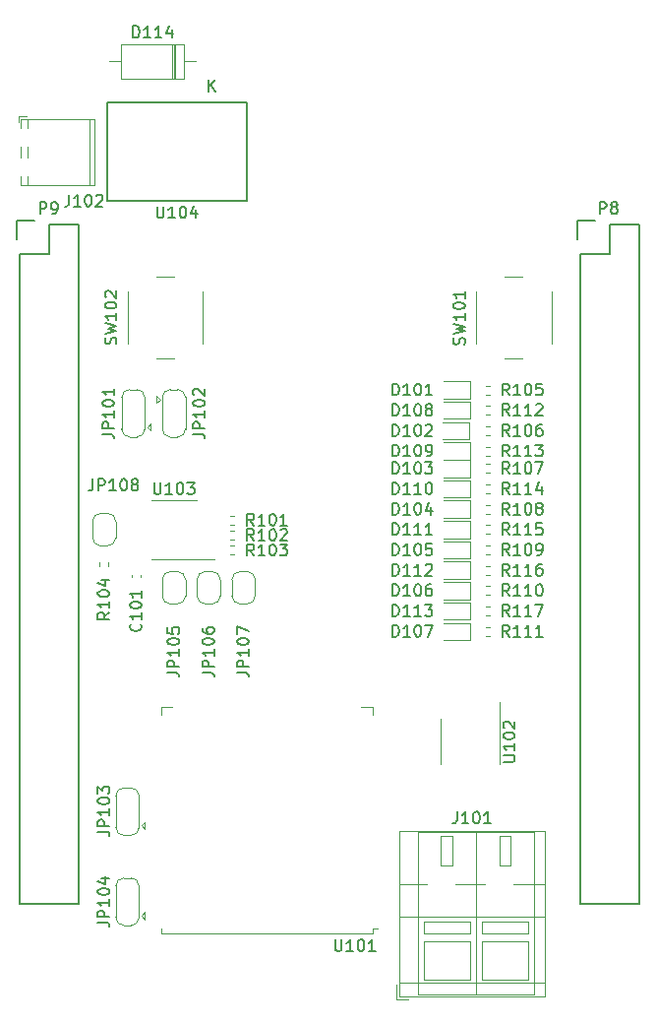
<source format=gto>
G04 #@! TF.GenerationSoftware,KiCad,Pcbnew,(5.1.9)-1*
G04 #@! TF.CreationDate,2021-06-13T14:24:16+02:00*
G04 #@! TF.ProjectId,com4bbb,636f6d34-6262-4622-9e6b-696361645f70,rev?*
G04 #@! TF.SameCoordinates,Original*
G04 #@! TF.FileFunction,Legend,Top*
G04 #@! TF.FilePolarity,Positive*
%FSLAX46Y46*%
G04 Gerber Fmt 4.6, Leading zero omitted, Abs format (unit mm)*
G04 Created by KiCad (PCBNEW (5.1.9)-1) date 2021-06-13 14:24:16*
%MOMM*%
%LPD*%
G01*
G04 APERTURE LIST*
%ADD10C,0.120000*%
%ADD11C,0.150000*%
%ADD12R,1.727200X1.727200*%
%ADD13O,1.727200X1.727200*%
%ADD14R,1.500000X3.000000*%
%ADD15O,1.500000X3.000000*%
%ADD16C,0.100000*%
%ADD17R,1.500000X1.000000*%
%ADD18C,2.000000*%
%ADD19R,5.000000X5.000000*%
%ADD20R,2.000000X0.900000*%
%ADD21R,0.900000X2.000000*%
%ADD22R,2.200000X2.200000*%
%ADD23O,2.200000X2.200000*%
%ADD24C,1.100000*%
%ADD25C,2.200000*%
G04 APERTURE END LIST*
D10*
X151310100Y-105632400D02*
X151310100Y-107582400D01*
X151310100Y-105632400D02*
X151310100Y-103682400D01*
X156430100Y-105632400D02*
X156430100Y-107582400D01*
X156430100Y-105632400D02*
X156430100Y-102182400D01*
D11*
X168440100Y-119532400D02*
X168440100Y-61112400D01*
X163360100Y-119532400D02*
X163360100Y-63652400D01*
X168440100Y-119532400D02*
X163360100Y-119532400D01*
X168440100Y-61112400D02*
X165900100Y-61112400D01*
X164630100Y-60832400D02*
X163080100Y-60832400D01*
X165900100Y-61112400D02*
X165900100Y-63652400D01*
X165900100Y-63652400D02*
X163360100Y-63652400D01*
X163080100Y-60832400D02*
X163080100Y-62382400D01*
X120180100Y-119532400D02*
X120180100Y-61112400D01*
X115100100Y-119532400D02*
X115100100Y-63652400D01*
X120180100Y-119532400D02*
X115100100Y-119532400D01*
X120180100Y-61112400D02*
X117640100Y-61112400D01*
X116370100Y-60832400D02*
X114820100Y-60832400D01*
X117640100Y-61112400D02*
X117640100Y-63652400D01*
X117640100Y-63652400D02*
X115100100Y-63652400D01*
X114820100Y-60832400D02*
X114820100Y-62382400D01*
D10*
X125480100Y-91274564D02*
X125480100Y-91490236D01*
X124760100Y-91274564D02*
X124760100Y-91490236D01*
X147750100Y-126382400D02*
X160291100Y-126382400D01*
X147750100Y-120682400D02*
X160291100Y-120682400D01*
X147750100Y-117882400D02*
X150140100Y-117882400D01*
X152600100Y-117882400D02*
X155140100Y-117882400D01*
X157600100Y-117882400D02*
X160291100Y-117882400D01*
X147750100Y-113262400D02*
X160291100Y-113262400D01*
X147750100Y-127502400D02*
X160291100Y-127502400D01*
X147750100Y-113262400D02*
X147750100Y-127502400D01*
X160291100Y-113262400D02*
X160291100Y-127502400D01*
X149870100Y-122782400D02*
X153870100Y-122782400D01*
X149870100Y-126082400D02*
X153870100Y-126082400D01*
X149870100Y-122782400D02*
X149870100Y-126082400D01*
X153870100Y-122782400D02*
X153870100Y-126082400D01*
X149370100Y-113382400D02*
X154370100Y-113382400D01*
X149370100Y-127382400D02*
X154370100Y-127382400D01*
X149370100Y-113382400D02*
X149370100Y-127382400D01*
X154370100Y-113382400D02*
X154370100Y-127382400D01*
X149870100Y-121082400D02*
X153870100Y-121082400D01*
X149870100Y-122082400D02*
X153870100Y-122082400D01*
X149870100Y-121082400D02*
X149870100Y-122082400D01*
X153870100Y-121082400D02*
X153870100Y-122082400D01*
X151370100Y-113732400D02*
X152370100Y-113732400D01*
X151370100Y-116231400D02*
X152370100Y-116231400D01*
X151370100Y-113732400D02*
X151370100Y-116231400D01*
X152370100Y-113732400D02*
X152370100Y-116231400D01*
X154870100Y-122782400D02*
X158870100Y-122782400D01*
X154870100Y-126082400D02*
X158870100Y-126082400D01*
X154870100Y-122782400D02*
X154870100Y-126082400D01*
X158870100Y-122782400D02*
X158870100Y-126082400D01*
X154370100Y-113382400D02*
X159370100Y-113382400D01*
X154370100Y-127382400D02*
X159370100Y-127382400D01*
X154370100Y-113382400D02*
X154370100Y-127382400D01*
X159370100Y-113382400D02*
X159370100Y-127382400D01*
X154870100Y-121082400D02*
X158870100Y-121082400D01*
X154870100Y-122082400D02*
X158870100Y-122082400D01*
X154870100Y-121082400D02*
X154870100Y-122082400D01*
X158870100Y-121082400D02*
X158870100Y-122082400D01*
X156370100Y-113732400D02*
X157370100Y-113732400D01*
X156370100Y-116231400D02*
X157370100Y-116231400D01*
X156370100Y-113732400D02*
X156370100Y-116231400D01*
X157370100Y-113732400D02*
X157370100Y-116231400D01*
X147510100Y-126502400D02*
X147510100Y-127742400D01*
X147510100Y-127742400D02*
X148510100Y-127742400D01*
X126070100Y-78582400D02*
X126370100Y-78282400D01*
X126370100Y-78882400D02*
X126370100Y-78282400D01*
X126070100Y-78582400D02*
X126370100Y-78882400D01*
X125170100Y-79432400D02*
X124570100Y-79432400D01*
X125870100Y-75982400D02*
X125870100Y-78782400D01*
X124570100Y-75332400D02*
X125170100Y-75332400D01*
X123870100Y-78782400D02*
X123870100Y-75982400D01*
X123870100Y-76032400D02*
G75*
G02*
X124570100Y-75332400I700000J0D01*
G01*
X125170100Y-75332400D02*
G75*
G02*
X125870100Y-76032400I0J-700000D01*
G01*
X125870100Y-78732400D02*
G75*
G02*
X125170100Y-79432400I-700000J0D01*
G01*
X124570100Y-79432400D02*
G75*
G02*
X123870100Y-78732400I0J700000D01*
G01*
X129370100Y-75982400D02*
X129370100Y-78782400D01*
X128670100Y-79432400D02*
X128070100Y-79432400D01*
X127370100Y-78782400D02*
X127370100Y-75982400D01*
X128070100Y-75332400D02*
X128670100Y-75332400D01*
X127170100Y-76182400D02*
X126870100Y-75882400D01*
X126870100Y-75882400D02*
X126870100Y-76482400D01*
X127170100Y-76182400D02*
X126870100Y-76482400D01*
X128670100Y-75332400D02*
G75*
G02*
X129370100Y-76032400I0J-700000D01*
G01*
X127370100Y-76032400D02*
G75*
G02*
X128070100Y-75332400I700000J0D01*
G01*
X128070100Y-79432400D02*
G75*
G02*
X127370100Y-78732400I0J700000D01*
G01*
X129370100Y-78732400D02*
G75*
G02*
X128670100Y-79432400I-700000J0D01*
G01*
X125570100Y-112832400D02*
X125870100Y-112532400D01*
X125870100Y-113132400D02*
X125870100Y-112532400D01*
X125570100Y-112832400D02*
X125870100Y-113132400D01*
X124670100Y-113682400D02*
X124070100Y-113682400D01*
X125370100Y-110232400D02*
X125370100Y-113032400D01*
X124070100Y-109582400D02*
X124670100Y-109582400D01*
X123370100Y-113032400D02*
X123370100Y-110232400D01*
X123370100Y-110282400D02*
G75*
G02*
X124070100Y-109582400I700000J0D01*
G01*
X124670100Y-109582400D02*
G75*
G02*
X125370100Y-110282400I0J-700000D01*
G01*
X125370100Y-112982400D02*
G75*
G02*
X124670100Y-113682400I-700000J0D01*
G01*
X124070100Y-113682400D02*
G75*
G02*
X123370100Y-112982400I0J700000D01*
G01*
X123370100Y-120782400D02*
X123370100Y-117982400D01*
X124070100Y-117332400D02*
X124670100Y-117332400D01*
X125370100Y-117982400D02*
X125370100Y-120782400D01*
X124670100Y-121432400D02*
X124070100Y-121432400D01*
X125570100Y-120582400D02*
X125870100Y-120882400D01*
X125870100Y-120882400D02*
X125870100Y-120282400D01*
X125570100Y-120582400D02*
X125870100Y-120282400D01*
X124070100Y-121432400D02*
G75*
G02*
X123370100Y-120732400I0J700000D01*
G01*
X125370100Y-120732400D02*
G75*
G02*
X124670100Y-121432400I-700000J0D01*
G01*
X124670100Y-117332400D02*
G75*
G02*
X125370100Y-118032400I0J-700000D01*
G01*
X123370100Y-118032400D02*
G75*
G02*
X124070100Y-117332400I700000J0D01*
G01*
X128070100Y-90982400D02*
X128670100Y-90982400D01*
X127370100Y-93082400D02*
X127370100Y-91682400D01*
X128670100Y-93782400D02*
X128070100Y-93782400D01*
X129370100Y-91682400D02*
X129370100Y-93082400D01*
X129370100Y-93082400D02*
G75*
G02*
X128670100Y-93782400I-700000J0D01*
G01*
X128070100Y-93782400D02*
G75*
G02*
X127370100Y-93082400I0J700000D01*
G01*
X127370100Y-91682400D02*
G75*
G02*
X128070100Y-90982400I700000J0D01*
G01*
X128670100Y-90982400D02*
G75*
G02*
X129370100Y-91682400I0J-700000D01*
G01*
X132370100Y-91682400D02*
X132370100Y-93082400D01*
X131670100Y-93782400D02*
X131070100Y-93782400D01*
X130370100Y-93082400D02*
X130370100Y-91682400D01*
X131070100Y-90982400D02*
X131670100Y-90982400D01*
X131670100Y-90982400D02*
G75*
G02*
X132370100Y-91682400I0J-700000D01*
G01*
X130370100Y-91682400D02*
G75*
G02*
X131070100Y-90982400I700000J0D01*
G01*
X131070100Y-93782400D02*
G75*
G02*
X130370100Y-93082400I0J700000D01*
G01*
X132370100Y-93082400D02*
G75*
G02*
X131670100Y-93782400I-700000J0D01*
G01*
X134070100Y-90982400D02*
X134670100Y-90982400D01*
X133370100Y-93082400D02*
X133370100Y-91682400D01*
X134670100Y-93782400D02*
X134070100Y-93782400D01*
X135370100Y-91682400D02*
X135370100Y-93082400D01*
X135370100Y-93082400D02*
G75*
G02*
X134670100Y-93782400I-700000J0D01*
G01*
X134070100Y-93782400D02*
G75*
G02*
X133370100Y-93082400I0J700000D01*
G01*
X133370100Y-91682400D02*
G75*
G02*
X134070100Y-90982400I700000J0D01*
G01*
X134670100Y-90982400D02*
G75*
G02*
X135370100Y-91682400I0J-700000D01*
G01*
X121370100Y-88082400D02*
X121370100Y-86682400D01*
X122070100Y-85982400D02*
X122670100Y-85982400D01*
X123370100Y-86682400D02*
X123370100Y-88082400D01*
X122670100Y-88782400D02*
X122070100Y-88782400D01*
X122070100Y-88782400D02*
G75*
G02*
X121370100Y-88082400I0J700000D01*
G01*
X123370100Y-88082400D02*
G75*
G02*
X122670100Y-88782400I-700000J0D01*
G01*
X122670100Y-85982400D02*
G75*
G02*
X123370100Y-86682400I0J-700000D01*
G01*
X121370100Y-86682400D02*
G75*
G02*
X122070100Y-85982400I700000J0D01*
G01*
X133523741Y-86252400D02*
X133216459Y-86252400D01*
X133523741Y-87012400D02*
X133216459Y-87012400D01*
X133523741Y-88262400D02*
X133216459Y-88262400D01*
X133523741Y-87502400D02*
X133216459Y-87502400D01*
X133523741Y-88752400D02*
X133216459Y-88752400D01*
X133523741Y-89512400D02*
X133216459Y-89512400D01*
X121990100Y-90536041D02*
X121990100Y-90228759D01*
X122750100Y-90536041D02*
X122750100Y-90228759D01*
X160870100Y-71382400D02*
X160870100Y-66882400D01*
X156870100Y-72632400D02*
X158370100Y-72632400D01*
X154370100Y-66882400D02*
X154370100Y-71382400D01*
X158370100Y-65632400D02*
X156870100Y-65632400D01*
X128370100Y-65632400D02*
X126870100Y-65632400D01*
X124370100Y-66882400D02*
X124370100Y-71382400D01*
X126870100Y-72632400D02*
X128370100Y-72632400D01*
X130870100Y-71382400D02*
X130870100Y-66882400D01*
X145490100Y-103282400D02*
X145490100Y-102662400D01*
X145490100Y-102662400D02*
X144490100Y-102662400D01*
X127250100Y-103282400D02*
X127250100Y-102662400D01*
X127250100Y-102662400D02*
X128250100Y-102662400D01*
X145490100Y-122102400D02*
X127250100Y-122102400D01*
X127250100Y-122102400D02*
X127250100Y-121682400D01*
X145490100Y-122102400D02*
X145490100Y-121682400D01*
X145490100Y-121682400D02*
X145870100Y-121682400D01*
X128370100Y-84822400D02*
X126420100Y-84822400D01*
X128370100Y-84822400D02*
X130320100Y-84822400D01*
X128370100Y-89942400D02*
X126420100Y-89942400D01*
X128370100Y-89942400D02*
X131820100Y-89942400D01*
X151570100Y-76117400D02*
X153855100Y-76117400D01*
X153855100Y-76117400D02*
X153855100Y-74647400D01*
X153855100Y-74647400D02*
X151570100Y-74647400D01*
X153817600Y-78147400D02*
X151532600Y-78147400D01*
X153817600Y-79617400D02*
X153817600Y-78147400D01*
X151532600Y-79617400D02*
X153817600Y-79617400D01*
X151570100Y-82867400D02*
X153855100Y-82867400D01*
X153855100Y-82867400D02*
X153855100Y-81397400D01*
X153855100Y-81397400D02*
X151570100Y-81397400D01*
X153855100Y-84897400D02*
X151570100Y-84897400D01*
X153855100Y-86367400D02*
X153855100Y-84897400D01*
X151570100Y-86367400D02*
X153855100Y-86367400D01*
X151570100Y-89867400D02*
X153855100Y-89867400D01*
X153855100Y-89867400D02*
X153855100Y-88397400D01*
X153855100Y-88397400D02*
X151570100Y-88397400D01*
X153855100Y-91897400D02*
X151570100Y-91897400D01*
X153855100Y-93367400D02*
X153855100Y-91897400D01*
X151570100Y-93367400D02*
X153855100Y-93367400D01*
X151570100Y-96867400D02*
X153855100Y-96867400D01*
X153855100Y-96867400D02*
X153855100Y-95397400D01*
X153855100Y-95397400D02*
X151570100Y-95397400D01*
X153855100Y-76397400D02*
X151570100Y-76397400D01*
X153855100Y-77867400D02*
X153855100Y-76397400D01*
X151570100Y-77867400D02*
X153855100Y-77867400D01*
X151570100Y-81367400D02*
X153855100Y-81367400D01*
X153855100Y-81367400D02*
X153855100Y-79897400D01*
X153855100Y-79897400D02*
X151570100Y-79897400D01*
X153855100Y-83147400D02*
X151570100Y-83147400D01*
X153855100Y-84617400D02*
X153855100Y-83147400D01*
X151570100Y-84617400D02*
X153855100Y-84617400D01*
X151570100Y-88117400D02*
X153855100Y-88117400D01*
X153855100Y-88117400D02*
X153855100Y-86647400D01*
X153855100Y-86647400D02*
X151570100Y-86647400D01*
X153855100Y-90147400D02*
X151570100Y-90147400D01*
X153855100Y-91617400D02*
X153855100Y-90147400D01*
X151570100Y-91617400D02*
X153855100Y-91617400D01*
X151570100Y-95117400D02*
X153855100Y-95117400D01*
X153855100Y-95117400D02*
X153855100Y-93647400D01*
X153855100Y-93647400D02*
X151570100Y-93647400D01*
X155216459Y-75002400D02*
X155523741Y-75002400D01*
X155216459Y-75762400D02*
X155523741Y-75762400D01*
X155216459Y-78502400D02*
X155523741Y-78502400D01*
X155216459Y-79262400D02*
X155523741Y-79262400D01*
X155216459Y-82512400D02*
X155523741Y-82512400D01*
X155216459Y-81752400D02*
X155523741Y-81752400D01*
X155216459Y-85252400D02*
X155523741Y-85252400D01*
X155216459Y-86012400D02*
X155523741Y-86012400D01*
X155216459Y-89512400D02*
X155523741Y-89512400D01*
X155216459Y-88752400D02*
X155523741Y-88752400D01*
X155216459Y-92252400D02*
X155523741Y-92252400D01*
X155216459Y-93012400D02*
X155523741Y-93012400D01*
X155216459Y-96512400D02*
X155523741Y-96512400D01*
X155216459Y-95752400D02*
X155523741Y-95752400D01*
X155216459Y-76752400D02*
X155523741Y-76752400D01*
X155216459Y-77512400D02*
X155523741Y-77512400D01*
X155216459Y-81012400D02*
X155523741Y-81012400D01*
X155216459Y-80252400D02*
X155523741Y-80252400D01*
X155216459Y-83502400D02*
X155523741Y-83502400D01*
X155216459Y-84262400D02*
X155523741Y-84262400D01*
X155216459Y-87762400D02*
X155523741Y-87762400D01*
X155216459Y-87002400D02*
X155523741Y-87002400D01*
X155216459Y-90502400D02*
X155523741Y-90502400D01*
X155216459Y-91262400D02*
X155523741Y-91262400D01*
X155216459Y-94762400D02*
X155523741Y-94762400D01*
X155216459Y-94002400D02*
X155523741Y-94002400D01*
X128480100Y-48602400D02*
X128480100Y-45662400D01*
X128240100Y-48602400D02*
X128240100Y-45662400D01*
X128360100Y-48602400D02*
X128360100Y-45662400D01*
X122800100Y-47132400D02*
X123820100Y-47132400D01*
X130280100Y-47132400D02*
X129260100Y-47132400D01*
X123820100Y-48602400D02*
X129260100Y-48602400D01*
X123820100Y-45662400D02*
X123820100Y-48602400D01*
X129260100Y-45662400D02*
X123820100Y-45662400D01*
X129260100Y-48602400D02*
X129260100Y-45662400D01*
X114970100Y-51832400D02*
X114970100Y-52332400D01*
X115710100Y-51832400D02*
X114970100Y-51832400D01*
X121530100Y-57732400D02*
X115210100Y-57732400D01*
X121530100Y-52072400D02*
X115210100Y-52072400D01*
X115210100Y-56962400D02*
X115210100Y-57732400D01*
X115210100Y-54422400D02*
X115210100Y-55382400D01*
X115210100Y-52072400D02*
X115210100Y-52842400D01*
X121530100Y-52072400D02*
X121530100Y-57732400D01*
X121070100Y-52072400D02*
X121070100Y-57732400D01*
X115770100Y-56962400D02*
X115770100Y-57732400D01*
X115770100Y-54422400D02*
X115770100Y-55382400D01*
X115770100Y-52072400D02*
X115770100Y-52842400D01*
D11*
X122620100Y-50632400D02*
X122620100Y-59132400D01*
X134620100Y-50632400D02*
X122620100Y-50632400D01*
X134620100Y-59132400D02*
X134620100Y-50632400D01*
X122620100Y-59132400D02*
X134620100Y-59132400D01*
X156722480Y-107346685D02*
X157532004Y-107346685D01*
X157627242Y-107299066D01*
X157674861Y-107251447D01*
X157722480Y-107156209D01*
X157722480Y-106965733D01*
X157674861Y-106870495D01*
X157627242Y-106822876D01*
X157532004Y-106775257D01*
X156722480Y-106775257D01*
X157722480Y-105775257D02*
X157722480Y-106346685D01*
X157722480Y-106060971D02*
X156722480Y-106060971D01*
X156865338Y-106156209D01*
X156960576Y-106251447D01*
X157008195Y-106346685D01*
X156722480Y-105156209D02*
X156722480Y-105060971D01*
X156770100Y-104965733D01*
X156817719Y-104918114D01*
X156912957Y-104870495D01*
X157103433Y-104822876D01*
X157341528Y-104822876D01*
X157532004Y-104870495D01*
X157627242Y-104918114D01*
X157674861Y-104965733D01*
X157722480Y-105060971D01*
X157722480Y-105156209D01*
X157674861Y-105251447D01*
X157627242Y-105299066D01*
X157532004Y-105346685D01*
X157341528Y-105394304D01*
X157103433Y-105394304D01*
X156912957Y-105346685D01*
X156817719Y-105299066D01*
X156770100Y-105251447D01*
X156722480Y-105156209D01*
X156817719Y-104441923D02*
X156770100Y-104394304D01*
X156722480Y-104299066D01*
X156722480Y-104060971D01*
X156770100Y-103965733D01*
X156817719Y-103918114D01*
X156912957Y-103870495D01*
X157008195Y-103870495D01*
X157151052Y-103918114D01*
X157722480Y-104489542D01*
X157722480Y-103870495D01*
X165032004Y-60234780D02*
X165032004Y-59234780D01*
X165412957Y-59234780D01*
X165508195Y-59282400D01*
X165555814Y-59330019D01*
X165603433Y-59425257D01*
X165603433Y-59568114D01*
X165555814Y-59663352D01*
X165508195Y-59710971D01*
X165412957Y-59758590D01*
X165032004Y-59758590D01*
X166174861Y-59663352D02*
X166079623Y-59615733D01*
X166032004Y-59568114D01*
X165984385Y-59472876D01*
X165984385Y-59425257D01*
X166032004Y-59330019D01*
X166079623Y-59282400D01*
X166174861Y-59234780D01*
X166365338Y-59234780D01*
X166460576Y-59282400D01*
X166508195Y-59330019D01*
X166555814Y-59425257D01*
X166555814Y-59472876D01*
X166508195Y-59568114D01*
X166460576Y-59615733D01*
X166365338Y-59663352D01*
X166174861Y-59663352D01*
X166079623Y-59710971D01*
X166032004Y-59758590D01*
X165984385Y-59853828D01*
X165984385Y-60044304D01*
X166032004Y-60139542D01*
X166079623Y-60187161D01*
X166174861Y-60234780D01*
X166365338Y-60234780D01*
X166460576Y-60187161D01*
X166508195Y-60139542D01*
X166555814Y-60044304D01*
X166555814Y-59853828D01*
X166508195Y-59758590D01*
X166460576Y-59710971D01*
X166365338Y-59663352D01*
X116832004Y-60234780D02*
X116832004Y-59234780D01*
X117212957Y-59234780D01*
X117308195Y-59282400D01*
X117355814Y-59330019D01*
X117403433Y-59425257D01*
X117403433Y-59568114D01*
X117355814Y-59663352D01*
X117308195Y-59710971D01*
X117212957Y-59758590D01*
X116832004Y-59758590D01*
X117879623Y-60234780D02*
X118070100Y-60234780D01*
X118165338Y-60187161D01*
X118212957Y-60139542D01*
X118308195Y-59996685D01*
X118355814Y-59806209D01*
X118355814Y-59425257D01*
X118308195Y-59330019D01*
X118260576Y-59282400D01*
X118165338Y-59234780D01*
X117974861Y-59234780D01*
X117879623Y-59282400D01*
X117832004Y-59330019D01*
X117784385Y-59425257D01*
X117784385Y-59663352D01*
X117832004Y-59758590D01*
X117879623Y-59806209D01*
X117974861Y-59853828D01*
X118165338Y-59853828D01*
X118260576Y-59806209D01*
X118308195Y-59758590D01*
X118355814Y-59663352D01*
X125477242Y-95501447D02*
X125524861Y-95549066D01*
X125572480Y-95691923D01*
X125572480Y-95787161D01*
X125524861Y-95930019D01*
X125429623Y-96025257D01*
X125334385Y-96072876D01*
X125143909Y-96120495D01*
X125001052Y-96120495D01*
X124810576Y-96072876D01*
X124715338Y-96025257D01*
X124620100Y-95930019D01*
X124572480Y-95787161D01*
X124572480Y-95691923D01*
X124620100Y-95549066D01*
X124667719Y-95501447D01*
X125572480Y-94549066D02*
X125572480Y-95120495D01*
X125572480Y-94834780D02*
X124572480Y-94834780D01*
X124715338Y-94930019D01*
X124810576Y-95025257D01*
X124858195Y-95120495D01*
X124572480Y-93930019D02*
X124572480Y-93834780D01*
X124620100Y-93739542D01*
X124667719Y-93691923D01*
X124762957Y-93644304D01*
X124953433Y-93596685D01*
X125191528Y-93596685D01*
X125382004Y-93644304D01*
X125477242Y-93691923D01*
X125524861Y-93739542D01*
X125572480Y-93834780D01*
X125572480Y-93930019D01*
X125524861Y-94025257D01*
X125477242Y-94072876D01*
X125382004Y-94120495D01*
X125191528Y-94168114D01*
X124953433Y-94168114D01*
X124762957Y-94120495D01*
X124667719Y-94072876D01*
X124620100Y-94025257D01*
X124572480Y-93930019D01*
X125572480Y-92644304D02*
X125572480Y-93215733D01*
X125572480Y-92930019D02*
X124572480Y-92930019D01*
X124715338Y-93025257D01*
X124810576Y-93120495D01*
X124858195Y-93215733D01*
X152734385Y-111634780D02*
X152734385Y-112349066D01*
X152686766Y-112491923D01*
X152591528Y-112587161D01*
X152448671Y-112634780D01*
X152353433Y-112634780D01*
X153734385Y-112634780D02*
X153162957Y-112634780D01*
X153448671Y-112634780D02*
X153448671Y-111634780D01*
X153353433Y-111777638D01*
X153258195Y-111872876D01*
X153162957Y-111920495D01*
X154353433Y-111634780D02*
X154448671Y-111634780D01*
X154543909Y-111682400D01*
X154591528Y-111730019D01*
X154639147Y-111825257D01*
X154686766Y-112015733D01*
X154686766Y-112253828D01*
X154639147Y-112444304D01*
X154591528Y-112539542D01*
X154543909Y-112587161D01*
X154448671Y-112634780D01*
X154353433Y-112634780D01*
X154258195Y-112587161D01*
X154210576Y-112539542D01*
X154162957Y-112444304D01*
X154115338Y-112253828D01*
X154115338Y-112015733D01*
X154162957Y-111825257D01*
X154210576Y-111730019D01*
X154258195Y-111682400D01*
X154353433Y-111634780D01*
X155639147Y-112634780D02*
X155067719Y-112634780D01*
X155353433Y-112634780D02*
X155353433Y-111634780D01*
X155258195Y-111777638D01*
X155162957Y-111872876D01*
X155067719Y-111920495D01*
X122222480Y-79168114D02*
X122936766Y-79168114D01*
X123079623Y-79215733D01*
X123174861Y-79310971D01*
X123222480Y-79453828D01*
X123222480Y-79549066D01*
X123222480Y-78691923D02*
X122222480Y-78691923D01*
X122222480Y-78310971D01*
X122270100Y-78215733D01*
X122317719Y-78168114D01*
X122412957Y-78120495D01*
X122555814Y-78120495D01*
X122651052Y-78168114D01*
X122698671Y-78215733D01*
X122746290Y-78310971D01*
X122746290Y-78691923D01*
X123222480Y-77168114D02*
X123222480Y-77739542D01*
X123222480Y-77453828D02*
X122222480Y-77453828D01*
X122365338Y-77549066D01*
X122460576Y-77644304D01*
X122508195Y-77739542D01*
X122222480Y-76549066D02*
X122222480Y-76453828D01*
X122270100Y-76358590D01*
X122317719Y-76310971D01*
X122412957Y-76263352D01*
X122603433Y-76215733D01*
X122841528Y-76215733D01*
X123032004Y-76263352D01*
X123127242Y-76310971D01*
X123174861Y-76358590D01*
X123222480Y-76453828D01*
X123222480Y-76549066D01*
X123174861Y-76644304D01*
X123127242Y-76691923D01*
X123032004Y-76739542D01*
X122841528Y-76787161D01*
X122603433Y-76787161D01*
X122412957Y-76739542D01*
X122317719Y-76691923D01*
X122270100Y-76644304D01*
X122222480Y-76549066D01*
X123222480Y-75263352D02*
X123222480Y-75834780D01*
X123222480Y-75549066D02*
X122222480Y-75549066D01*
X122365338Y-75644304D01*
X122460576Y-75739542D01*
X122508195Y-75834780D01*
X130022480Y-79168114D02*
X130736766Y-79168114D01*
X130879623Y-79215733D01*
X130974861Y-79310971D01*
X131022480Y-79453828D01*
X131022480Y-79549066D01*
X131022480Y-78691923D02*
X130022480Y-78691923D01*
X130022480Y-78310971D01*
X130070100Y-78215733D01*
X130117719Y-78168114D01*
X130212957Y-78120495D01*
X130355814Y-78120495D01*
X130451052Y-78168114D01*
X130498671Y-78215733D01*
X130546290Y-78310971D01*
X130546290Y-78691923D01*
X131022480Y-77168114D02*
X131022480Y-77739542D01*
X131022480Y-77453828D02*
X130022480Y-77453828D01*
X130165338Y-77549066D01*
X130260576Y-77644304D01*
X130308195Y-77739542D01*
X130022480Y-76549066D02*
X130022480Y-76453828D01*
X130070100Y-76358590D01*
X130117719Y-76310971D01*
X130212957Y-76263352D01*
X130403433Y-76215733D01*
X130641528Y-76215733D01*
X130832004Y-76263352D01*
X130927242Y-76310971D01*
X130974861Y-76358590D01*
X131022480Y-76453828D01*
X131022480Y-76549066D01*
X130974861Y-76644304D01*
X130927242Y-76691923D01*
X130832004Y-76739542D01*
X130641528Y-76787161D01*
X130403433Y-76787161D01*
X130212957Y-76739542D01*
X130117719Y-76691923D01*
X130070100Y-76644304D01*
X130022480Y-76549066D01*
X130117719Y-75834780D02*
X130070100Y-75787161D01*
X130022480Y-75691923D01*
X130022480Y-75453828D01*
X130070100Y-75358590D01*
X130117719Y-75310971D01*
X130212957Y-75263352D01*
X130308195Y-75263352D01*
X130451052Y-75310971D01*
X131022480Y-75882400D01*
X131022480Y-75263352D01*
X121822480Y-113368114D02*
X122536766Y-113368114D01*
X122679623Y-113415733D01*
X122774861Y-113510971D01*
X122822480Y-113653828D01*
X122822480Y-113749066D01*
X122822480Y-112891923D02*
X121822480Y-112891923D01*
X121822480Y-112510971D01*
X121870100Y-112415733D01*
X121917719Y-112368114D01*
X122012957Y-112320495D01*
X122155814Y-112320495D01*
X122251052Y-112368114D01*
X122298671Y-112415733D01*
X122346290Y-112510971D01*
X122346290Y-112891923D01*
X122822480Y-111368114D02*
X122822480Y-111939542D01*
X122822480Y-111653828D02*
X121822480Y-111653828D01*
X121965338Y-111749066D01*
X122060576Y-111844304D01*
X122108195Y-111939542D01*
X121822480Y-110749066D02*
X121822480Y-110653828D01*
X121870100Y-110558590D01*
X121917719Y-110510971D01*
X122012957Y-110463352D01*
X122203433Y-110415733D01*
X122441528Y-110415733D01*
X122632004Y-110463352D01*
X122727242Y-110510971D01*
X122774861Y-110558590D01*
X122822480Y-110653828D01*
X122822480Y-110749066D01*
X122774861Y-110844304D01*
X122727242Y-110891923D01*
X122632004Y-110939542D01*
X122441528Y-110987161D01*
X122203433Y-110987161D01*
X122012957Y-110939542D01*
X121917719Y-110891923D01*
X121870100Y-110844304D01*
X121822480Y-110749066D01*
X121822480Y-110082400D02*
X121822480Y-109463352D01*
X122203433Y-109796685D01*
X122203433Y-109653828D01*
X122251052Y-109558590D01*
X122298671Y-109510971D01*
X122393909Y-109463352D01*
X122632004Y-109463352D01*
X122727242Y-109510971D01*
X122774861Y-109558590D01*
X122822480Y-109653828D01*
X122822480Y-109939542D01*
X122774861Y-110034780D01*
X122727242Y-110082400D01*
X121822480Y-121168114D02*
X122536766Y-121168114D01*
X122679623Y-121215733D01*
X122774861Y-121310971D01*
X122822480Y-121453828D01*
X122822480Y-121549066D01*
X122822480Y-120691923D02*
X121822480Y-120691923D01*
X121822480Y-120310971D01*
X121870100Y-120215733D01*
X121917719Y-120168114D01*
X122012957Y-120120495D01*
X122155814Y-120120495D01*
X122251052Y-120168114D01*
X122298671Y-120215733D01*
X122346290Y-120310971D01*
X122346290Y-120691923D01*
X122822480Y-119168114D02*
X122822480Y-119739542D01*
X122822480Y-119453828D02*
X121822480Y-119453828D01*
X121965338Y-119549066D01*
X122060576Y-119644304D01*
X122108195Y-119739542D01*
X121822480Y-118549066D02*
X121822480Y-118453828D01*
X121870100Y-118358590D01*
X121917719Y-118310971D01*
X122012957Y-118263352D01*
X122203433Y-118215733D01*
X122441528Y-118215733D01*
X122632004Y-118263352D01*
X122727242Y-118310971D01*
X122774861Y-118358590D01*
X122822480Y-118453828D01*
X122822480Y-118549066D01*
X122774861Y-118644304D01*
X122727242Y-118691923D01*
X122632004Y-118739542D01*
X122441528Y-118787161D01*
X122203433Y-118787161D01*
X122012957Y-118739542D01*
X121917719Y-118691923D01*
X121870100Y-118644304D01*
X121822480Y-118549066D01*
X122155814Y-117358590D02*
X122822480Y-117358590D01*
X121774861Y-117596685D02*
X122489147Y-117834780D01*
X122489147Y-117215733D01*
X127822480Y-99668114D02*
X128536766Y-99668114D01*
X128679623Y-99715733D01*
X128774861Y-99810971D01*
X128822480Y-99953828D01*
X128822480Y-100049066D01*
X128822480Y-99191923D02*
X127822480Y-99191923D01*
X127822480Y-98810971D01*
X127870100Y-98715733D01*
X127917719Y-98668114D01*
X128012957Y-98620495D01*
X128155814Y-98620495D01*
X128251052Y-98668114D01*
X128298671Y-98715733D01*
X128346290Y-98810971D01*
X128346290Y-99191923D01*
X128822480Y-97668114D02*
X128822480Y-98239542D01*
X128822480Y-97953828D02*
X127822480Y-97953828D01*
X127965338Y-98049066D01*
X128060576Y-98144304D01*
X128108195Y-98239542D01*
X127822480Y-97049066D02*
X127822480Y-96953828D01*
X127870100Y-96858590D01*
X127917719Y-96810971D01*
X128012957Y-96763352D01*
X128203433Y-96715733D01*
X128441528Y-96715733D01*
X128632004Y-96763352D01*
X128727242Y-96810971D01*
X128774861Y-96858590D01*
X128822480Y-96953828D01*
X128822480Y-97049066D01*
X128774861Y-97144304D01*
X128727242Y-97191923D01*
X128632004Y-97239542D01*
X128441528Y-97287161D01*
X128203433Y-97287161D01*
X128012957Y-97239542D01*
X127917719Y-97191923D01*
X127870100Y-97144304D01*
X127822480Y-97049066D01*
X127822480Y-95810971D02*
X127822480Y-96287161D01*
X128298671Y-96334780D01*
X128251052Y-96287161D01*
X128203433Y-96191923D01*
X128203433Y-95953828D01*
X128251052Y-95858590D01*
X128298671Y-95810971D01*
X128393909Y-95763352D01*
X128632004Y-95763352D01*
X128727242Y-95810971D01*
X128774861Y-95858590D01*
X128822480Y-95953828D01*
X128822480Y-96191923D01*
X128774861Y-96287161D01*
X128727242Y-96334780D01*
X130822480Y-99668114D02*
X131536766Y-99668114D01*
X131679623Y-99715733D01*
X131774861Y-99810971D01*
X131822480Y-99953828D01*
X131822480Y-100049066D01*
X131822480Y-99191923D02*
X130822480Y-99191923D01*
X130822480Y-98810971D01*
X130870100Y-98715733D01*
X130917719Y-98668114D01*
X131012957Y-98620495D01*
X131155814Y-98620495D01*
X131251052Y-98668114D01*
X131298671Y-98715733D01*
X131346290Y-98810971D01*
X131346290Y-99191923D01*
X131822480Y-97668114D02*
X131822480Y-98239542D01*
X131822480Y-97953828D02*
X130822480Y-97953828D01*
X130965338Y-98049066D01*
X131060576Y-98144304D01*
X131108195Y-98239542D01*
X130822480Y-97049066D02*
X130822480Y-96953828D01*
X130870100Y-96858590D01*
X130917719Y-96810971D01*
X131012957Y-96763352D01*
X131203433Y-96715733D01*
X131441528Y-96715733D01*
X131632004Y-96763352D01*
X131727242Y-96810971D01*
X131774861Y-96858590D01*
X131822480Y-96953828D01*
X131822480Y-97049066D01*
X131774861Y-97144304D01*
X131727242Y-97191923D01*
X131632004Y-97239542D01*
X131441528Y-97287161D01*
X131203433Y-97287161D01*
X131012957Y-97239542D01*
X130917719Y-97191923D01*
X130870100Y-97144304D01*
X130822480Y-97049066D01*
X130822480Y-95858590D02*
X130822480Y-96049066D01*
X130870100Y-96144304D01*
X130917719Y-96191923D01*
X131060576Y-96287161D01*
X131251052Y-96334780D01*
X131632004Y-96334780D01*
X131727242Y-96287161D01*
X131774861Y-96239542D01*
X131822480Y-96144304D01*
X131822480Y-95953828D01*
X131774861Y-95858590D01*
X131727242Y-95810971D01*
X131632004Y-95763352D01*
X131393909Y-95763352D01*
X131298671Y-95810971D01*
X131251052Y-95858590D01*
X131203433Y-95953828D01*
X131203433Y-96144304D01*
X131251052Y-96239542D01*
X131298671Y-96287161D01*
X131393909Y-96334780D01*
X133822480Y-99668114D02*
X134536766Y-99668114D01*
X134679623Y-99715733D01*
X134774861Y-99810971D01*
X134822480Y-99953828D01*
X134822480Y-100049066D01*
X134822480Y-99191923D02*
X133822480Y-99191923D01*
X133822480Y-98810971D01*
X133870100Y-98715733D01*
X133917719Y-98668114D01*
X134012957Y-98620495D01*
X134155814Y-98620495D01*
X134251052Y-98668114D01*
X134298671Y-98715733D01*
X134346290Y-98810971D01*
X134346290Y-99191923D01*
X134822480Y-97668114D02*
X134822480Y-98239542D01*
X134822480Y-97953828D02*
X133822480Y-97953828D01*
X133965338Y-98049066D01*
X134060576Y-98144304D01*
X134108195Y-98239542D01*
X133822480Y-97049066D02*
X133822480Y-96953828D01*
X133870100Y-96858590D01*
X133917719Y-96810971D01*
X134012957Y-96763352D01*
X134203433Y-96715733D01*
X134441528Y-96715733D01*
X134632004Y-96763352D01*
X134727242Y-96810971D01*
X134774861Y-96858590D01*
X134822480Y-96953828D01*
X134822480Y-97049066D01*
X134774861Y-97144304D01*
X134727242Y-97191923D01*
X134632004Y-97239542D01*
X134441528Y-97287161D01*
X134203433Y-97287161D01*
X134012957Y-97239542D01*
X133917719Y-97191923D01*
X133870100Y-97144304D01*
X133822480Y-97049066D01*
X133822480Y-96382400D02*
X133822480Y-95715733D01*
X134822480Y-96144304D01*
X121384385Y-83034780D02*
X121384385Y-83749066D01*
X121336766Y-83891923D01*
X121241528Y-83987161D01*
X121098671Y-84034780D01*
X121003433Y-84034780D01*
X121860576Y-84034780D02*
X121860576Y-83034780D01*
X122241528Y-83034780D01*
X122336766Y-83082400D01*
X122384385Y-83130019D01*
X122432004Y-83225257D01*
X122432004Y-83368114D01*
X122384385Y-83463352D01*
X122336766Y-83510971D01*
X122241528Y-83558590D01*
X121860576Y-83558590D01*
X123384385Y-84034780D02*
X122812957Y-84034780D01*
X123098671Y-84034780D02*
X123098671Y-83034780D01*
X123003433Y-83177638D01*
X122908195Y-83272876D01*
X122812957Y-83320495D01*
X124003433Y-83034780D02*
X124098671Y-83034780D01*
X124193909Y-83082400D01*
X124241528Y-83130019D01*
X124289147Y-83225257D01*
X124336766Y-83415733D01*
X124336766Y-83653828D01*
X124289147Y-83844304D01*
X124241528Y-83939542D01*
X124193909Y-83987161D01*
X124098671Y-84034780D01*
X124003433Y-84034780D01*
X123908195Y-83987161D01*
X123860576Y-83939542D01*
X123812957Y-83844304D01*
X123765338Y-83653828D01*
X123765338Y-83415733D01*
X123812957Y-83225257D01*
X123860576Y-83130019D01*
X123908195Y-83082400D01*
X124003433Y-83034780D01*
X124908195Y-83463352D02*
X124812957Y-83415733D01*
X124765338Y-83368114D01*
X124717719Y-83272876D01*
X124717719Y-83225257D01*
X124765338Y-83130019D01*
X124812957Y-83082400D01*
X124908195Y-83034780D01*
X125098671Y-83034780D01*
X125193909Y-83082400D01*
X125241528Y-83130019D01*
X125289147Y-83225257D01*
X125289147Y-83272876D01*
X125241528Y-83368114D01*
X125193909Y-83415733D01*
X125098671Y-83463352D01*
X124908195Y-83463352D01*
X124812957Y-83510971D01*
X124765338Y-83558590D01*
X124717719Y-83653828D01*
X124717719Y-83844304D01*
X124765338Y-83939542D01*
X124812957Y-83987161D01*
X124908195Y-84034780D01*
X125098671Y-84034780D01*
X125193909Y-83987161D01*
X125241528Y-83939542D01*
X125289147Y-83844304D01*
X125289147Y-83653828D01*
X125241528Y-83558590D01*
X125193909Y-83510971D01*
X125098671Y-83463352D01*
X135251052Y-87034780D02*
X134917719Y-86558590D01*
X134679623Y-87034780D02*
X134679623Y-86034780D01*
X135060576Y-86034780D01*
X135155814Y-86082400D01*
X135203433Y-86130019D01*
X135251052Y-86225257D01*
X135251052Y-86368114D01*
X135203433Y-86463352D01*
X135155814Y-86510971D01*
X135060576Y-86558590D01*
X134679623Y-86558590D01*
X136203433Y-87034780D02*
X135632004Y-87034780D01*
X135917719Y-87034780D02*
X135917719Y-86034780D01*
X135822480Y-86177638D01*
X135727242Y-86272876D01*
X135632004Y-86320495D01*
X136822480Y-86034780D02*
X136917719Y-86034780D01*
X137012957Y-86082400D01*
X137060576Y-86130019D01*
X137108195Y-86225257D01*
X137155814Y-86415733D01*
X137155814Y-86653828D01*
X137108195Y-86844304D01*
X137060576Y-86939542D01*
X137012957Y-86987161D01*
X136917719Y-87034780D01*
X136822480Y-87034780D01*
X136727242Y-86987161D01*
X136679623Y-86939542D01*
X136632004Y-86844304D01*
X136584385Y-86653828D01*
X136584385Y-86415733D01*
X136632004Y-86225257D01*
X136679623Y-86130019D01*
X136727242Y-86082400D01*
X136822480Y-86034780D01*
X138108195Y-87034780D02*
X137536766Y-87034780D01*
X137822480Y-87034780D02*
X137822480Y-86034780D01*
X137727242Y-86177638D01*
X137632004Y-86272876D01*
X137536766Y-86320495D01*
X135251052Y-88334780D02*
X134917719Y-87858590D01*
X134679623Y-88334780D02*
X134679623Y-87334780D01*
X135060576Y-87334780D01*
X135155814Y-87382400D01*
X135203433Y-87430019D01*
X135251052Y-87525257D01*
X135251052Y-87668114D01*
X135203433Y-87763352D01*
X135155814Y-87810971D01*
X135060576Y-87858590D01*
X134679623Y-87858590D01*
X136203433Y-88334780D02*
X135632004Y-88334780D01*
X135917719Y-88334780D02*
X135917719Y-87334780D01*
X135822480Y-87477638D01*
X135727242Y-87572876D01*
X135632004Y-87620495D01*
X136822480Y-87334780D02*
X136917719Y-87334780D01*
X137012957Y-87382400D01*
X137060576Y-87430019D01*
X137108195Y-87525257D01*
X137155814Y-87715733D01*
X137155814Y-87953828D01*
X137108195Y-88144304D01*
X137060576Y-88239542D01*
X137012957Y-88287161D01*
X136917719Y-88334780D01*
X136822480Y-88334780D01*
X136727242Y-88287161D01*
X136679623Y-88239542D01*
X136632004Y-88144304D01*
X136584385Y-87953828D01*
X136584385Y-87715733D01*
X136632004Y-87525257D01*
X136679623Y-87430019D01*
X136727242Y-87382400D01*
X136822480Y-87334780D01*
X137536766Y-87430019D02*
X137584385Y-87382400D01*
X137679623Y-87334780D01*
X137917719Y-87334780D01*
X138012957Y-87382400D01*
X138060576Y-87430019D01*
X138108195Y-87525257D01*
X138108195Y-87620495D01*
X138060576Y-87763352D01*
X137489147Y-88334780D01*
X138108195Y-88334780D01*
X135251052Y-89634780D02*
X134917719Y-89158590D01*
X134679623Y-89634780D02*
X134679623Y-88634780D01*
X135060576Y-88634780D01*
X135155814Y-88682400D01*
X135203433Y-88730019D01*
X135251052Y-88825257D01*
X135251052Y-88968114D01*
X135203433Y-89063352D01*
X135155814Y-89110971D01*
X135060576Y-89158590D01*
X134679623Y-89158590D01*
X136203433Y-89634780D02*
X135632004Y-89634780D01*
X135917719Y-89634780D02*
X135917719Y-88634780D01*
X135822480Y-88777638D01*
X135727242Y-88872876D01*
X135632004Y-88920495D01*
X136822480Y-88634780D02*
X136917719Y-88634780D01*
X137012957Y-88682400D01*
X137060576Y-88730019D01*
X137108195Y-88825257D01*
X137155814Y-89015733D01*
X137155814Y-89253828D01*
X137108195Y-89444304D01*
X137060576Y-89539542D01*
X137012957Y-89587161D01*
X136917719Y-89634780D01*
X136822480Y-89634780D01*
X136727242Y-89587161D01*
X136679623Y-89539542D01*
X136632004Y-89444304D01*
X136584385Y-89253828D01*
X136584385Y-89015733D01*
X136632004Y-88825257D01*
X136679623Y-88730019D01*
X136727242Y-88682400D01*
X136822480Y-88634780D01*
X137489147Y-88634780D02*
X138108195Y-88634780D01*
X137774861Y-89015733D01*
X137917719Y-89015733D01*
X138012957Y-89063352D01*
X138060576Y-89110971D01*
X138108195Y-89206209D01*
X138108195Y-89444304D01*
X138060576Y-89539542D01*
X138012957Y-89587161D01*
X137917719Y-89634780D01*
X137632004Y-89634780D01*
X137536766Y-89587161D01*
X137489147Y-89539542D01*
X122822480Y-94501447D02*
X122346290Y-94834780D01*
X122822480Y-95072876D02*
X121822480Y-95072876D01*
X121822480Y-94691923D01*
X121870100Y-94596685D01*
X121917719Y-94549066D01*
X122012957Y-94501447D01*
X122155814Y-94501447D01*
X122251052Y-94549066D01*
X122298671Y-94596685D01*
X122346290Y-94691923D01*
X122346290Y-95072876D01*
X122822480Y-93549066D02*
X122822480Y-94120495D01*
X122822480Y-93834780D02*
X121822480Y-93834780D01*
X121965338Y-93930019D01*
X122060576Y-94025257D01*
X122108195Y-94120495D01*
X121822480Y-92930019D02*
X121822480Y-92834780D01*
X121870100Y-92739542D01*
X121917719Y-92691923D01*
X122012957Y-92644304D01*
X122203433Y-92596685D01*
X122441528Y-92596685D01*
X122632004Y-92644304D01*
X122727242Y-92691923D01*
X122774861Y-92739542D01*
X122822480Y-92834780D01*
X122822480Y-92930019D01*
X122774861Y-93025257D01*
X122727242Y-93072876D01*
X122632004Y-93120495D01*
X122441528Y-93168114D01*
X122203433Y-93168114D01*
X122012957Y-93120495D01*
X121917719Y-93072876D01*
X121870100Y-93025257D01*
X121822480Y-92930019D01*
X122155814Y-91739542D02*
X122822480Y-91739542D01*
X121774861Y-91977638D02*
X122489147Y-92215733D01*
X122489147Y-91596685D01*
X153374861Y-71468114D02*
X153422480Y-71325257D01*
X153422480Y-71087161D01*
X153374861Y-70991923D01*
X153327242Y-70944304D01*
X153232004Y-70896685D01*
X153136766Y-70896685D01*
X153041528Y-70944304D01*
X152993909Y-70991923D01*
X152946290Y-71087161D01*
X152898671Y-71277638D01*
X152851052Y-71372876D01*
X152803433Y-71420495D01*
X152708195Y-71468114D01*
X152612957Y-71468114D01*
X152517719Y-71420495D01*
X152470100Y-71372876D01*
X152422480Y-71277638D01*
X152422480Y-71039542D01*
X152470100Y-70896685D01*
X152422480Y-70563352D02*
X153422480Y-70325257D01*
X152708195Y-70134780D01*
X153422480Y-69944304D01*
X152422480Y-69706209D01*
X153422480Y-68801447D02*
X153422480Y-69372876D01*
X153422480Y-69087161D02*
X152422480Y-69087161D01*
X152565338Y-69182400D01*
X152660576Y-69277638D01*
X152708195Y-69372876D01*
X152422480Y-68182400D02*
X152422480Y-68087161D01*
X152470100Y-67991923D01*
X152517719Y-67944304D01*
X152612957Y-67896685D01*
X152803433Y-67849066D01*
X153041528Y-67849066D01*
X153232004Y-67896685D01*
X153327242Y-67944304D01*
X153374861Y-67991923D01*
X153422480Y-68087161D01*
X153422480Y-68182400D01*
X153374861Y-68277638D01*
X153327242Y-68325257D01*
X153232004Y-68372876D01*
X153041528Y-68420495D01*
X152803433Y-68420495D01*
X152612957Y-68372876D01*
X152517719Y-68325257D01*
X152470100Y-68277638D01*
X152422480Y-68182400D01*
X153422480Y-66896685D02*
X153422480Y-67468114D01*
X153422480Y-67182400D02*
X152422480Y-67182400D01*
X152565338Y-67277638D01*
X152660576Y-67372876D01*
X152708195Y-67468114D01*
X123374861Y-71418114D02*
X123422480Y-71275257D01*
X123422480Y-71037161D01*
X123374861Y-70941923D01*
X123327242Y-70894304D01*
X123232004Y-70846685D01*
X123136766Y-70846685D01*
X123041528Y-70894304D01*
X122993909Y-70941923D01*
X122946290Y-71037161D01*
X122898671Y-71227638D01*
X122851052Y-71322876D01*
X122803433Y-71370495D01*
X122708195Y-71418114D01*
X122612957Y-71418114D01*
X122517719Y-71370495D01*
X122470100Y-71322876D01*
X122422480Y-71227638D01*
X122422480Y-70989542D01*
X122470100Y-70846685D01*
X122422480Y-70513352D02*
X123422480Y-70275257D01*
X122708195Y-70084780D01*
X123422480Y-69894304D01*
X122422480Y-69656209D01*
X123422480Y-68751447D02*
X123422480Y-69322876D01*
X123422480Y-69037161D02*
X122422480Y-69037161D01*
X122565338Y-69132400D01*
X122660576Y-69227638D01*
X122708195Y-69322876D01*
X122422480Y-68132400D02*
X122422480Y-68037161D01*
X122470100Y-67941923D01*
X122517719Y-67894304D01*
X122612957Y-67846685D01*
X122803433Y-67799066D01*
X123041528Y-67799066D01*
X123232004Y-67846685D01*
X123327242Y-67894304D01*
X123374861Y-67941923D01*
X123422480Y-68037161D01*
X123422480Y-68132400D01*
X123374861Y-68227638D01*
X123327242Y-68275257D01*
X123232004Y-68322876D01*
X123041528Y-68370495D01*
X122803433Y-68370495D01*
X122612957Y-68322876D01*
X122517719Y-68275257D01*
X122470100Y-68227638D01*
X122422480Y-68132400D01*
X122517719Y-67418114D02*
X122470100Y-67370495D01*
X122422480Y-67275257D01*
X122422480Y-67037161D01*
X122470100Y-66941923D01*
X122517719Y-66894304D01*
X122612957Y-66846685D01*
X122708195Y-66846685D01*
X122851052Y-66894304D01*
X123422480Y-67465733D01*
X123422480Y-66846685D01*
X142235814Y-122634780D02*
X142235814Y-123444304D01*
X142283433Y-123539542D01*
X142331052Y-123587161D01*
X142426290Y-123634780D01*
X142616766Y-123634780D01*
X142712004Y-123587161D01*
X142759623Y-123539542D01*
X142807242Y-123444304D01*
X142807242Y-122634780D01*
X143807242Y-123634780D02*
X143235814Y-123634780D01*
X143521528Y-123634780D02*
X143521528Y-122634780D01*
X143426290Y-122777638D01*
X143331052Y-122872876D01*
X143235814Y-122920495D01*
X144426290Y-122634780D02*
X144521528Y-122634780D01*
X144616766Y-122682400D01*
X144664385Y-122730019D01*
X144712004Y-122825257D01*
X144759623Y-123015733D01*
X144759623Y-123253828D01*
X144712004Y-123444304D01*
X144664385Y-123539542D01*
X144616766Y-123587161D01*
X144521528Y-123634780D01*
X144426290Y-123634780D01*
X144331052Y-123587161D01*
X144283433Y-123539542D01*
X144235814Y-123444304D01*
X144188195Y-123253828D01*
X144188195Y-123015733D01*
X144235814Y-122825257D01*
X144283433Y-122730019D01*
X144331052Y-122682400D01*
X144426290Y-122634780D01*
X145712004Y-123634780D02*
X145140576Y-123634780D01*
X145426290Y-123634780D02*
X145426290Y-122634780D01*
X145331052Y-122777638D01*
X145235814Y-122872876D01*
X145140576Y-122920495D01*
X126655814Y-83334780D02*
X126655814Y-84144304D01*
X126703433Y-84239542D01*
X126751052Y-84287161D01*
X126846290Y-84334780D01*
X127036766Y-84334780D01*
X127132004Y-84287161D01*
X127179623Y-84239542D01*
X127227242Y-84144304D01*
X127227242Y-83334780D01*
X128227242Y-84334780D02*
X127655814Y-84334780D01*
X127941528Y-84334780D02*
X127941528Y-83334780D01*
X127846290Y-83477638D01*
X127751052Y-83572876D01*
X127655814Y-83620495D01*
X128846290Y-83334780D02*
X128941528Y-83334780D01*
X129036766Y-83382400D01*
X129084385Y-83430019D01*
X129132004Y-83525257D01*
X129179623Y-83715733D01*
X129179623Y-83953828D01*
X129132004Y-84144304D01*
X129084385Y-84239542D01*
X129036766Y-84287161D01*
X128941528Y-84334780D01*
X128846290Y-84334780D01*
X128751052Y-84287161D01*
X128703433Y-84239542D01*
X128655814Y-84144304D01*
X128608195Y-83953828D01*
X128608195Y-83715733D01*
X128655814Y-83525257D01*
X128703433Y-83430019D01*
X128751052Y-83382400D01*
X128846290Y-83334780D01*
X129512957Y-83334780D02*
X130132004Y-83334780D01*
X129798671Y-83715733D01*
X129941528Y-83715733D01*
X130036766Y-83763352D01*
X130084385Y-83810971D01*
X130132004Y-83906209D01*
X130132004Y-84144304D01*
X130084385Y-84239542D01*
X130036766Y-84287161D01*
X129941528Y-84334780D01*
X129655814Y-84334780D01*
X129560576Y-84287161D01*
X129512957Y-84239542D01*
X147179623Y-75834780D02*
X147179623Y-74834780D01*
X147417719Y-74834780D01*
X147560576Y-74882400D01*
X147655814Y-74977638D01*
X147703433Y-75072876D01*
X147751052Y-75263352D01*
X147751052Y-75406209D01*
X147703433Y-75596685D01*
X147655814Y-75691923D01*
X147560576Y-75787161D01*
X147417719Y-75834780D01*
X147179623Y-75834780D01*
X148703433Y-75834780D02*
X148132004Y-75834780D01*
X148417719Y-75834780D02*
X148417719Y-74834780D01*
X148322480Y-74977638D01*
X148227242Y-75072876D01*
X148132004Y-75120495D01*
X149322480Y-74834780D02*
X149417719Y-74834780D01*
X149512957Y-74882400D01*
X149560576Y-74930019D01*
X149608195Y-75025257D01*
X149655814Y-75215733D01*
X149655814Y-75453828D01*
X149608195Y-75644304D01*
X149560576Y-75739542D01*
X149512957Y-75787161D01*
X149417719Y-75834780D01*
X149322480Y-75834780D01*
X149227242Y-75787161D01*
X149179623Y-75739542D01*
X149132004Y-75644304D01*
X149084385Y-75453828D01*
X149084385Y-75215733D01*
X149132004Y-75025257D01*
X149179623Y-74930019D01*
X149227242Y-74882400D01*
X149322480Y-74834780D01*
X150608195Y-75834780D02*
X150036766Y-75834780D01*
X150322480Y-75834780D02*
X150322480Y-74834780D01*
X150227242Y-74977638D01*
X150132004Y-75072876D01*
X150036766Y-75120495D01*
X147179623Y-79334780D02*
X147179623Y-78334780D01*
X147417719Y-78334780D01*
X147560576Y-78382400D01*
X147655814Y-78477638D01*
X147703433Y-78572876D01*
X147751052Y-78763352D01*
X147751052Y-78906209D01*
X147703433Y-79096685D01*
X147655814Y-79191923D01*
X147560576Y-79287161D01*
X147417719Y-79334780D01*
X147179623Y-79334780D01*
X148703433Y-79334780D02*
X148132004Y-79334780D01*
X148417719Y-79334780D02*
X148417719Y-78334780D01*
X148322480Y-78477638D01*
X148227242Y-78572876D01*
X148132004Y-78620495D01*
X149322480Y-78334780D02*
X149417719Y-78334780D01*
X149512957Y-78382400D01*
X149560576Y-78430019D01*
X149608195Y-78525257D01*
X149655814Y-78715733D01*
X149655814Y-78953828D01*
X149608195Y-79144304D01*
X149560576Y-79239542D01*
X149512957Y-79287161D01*
X149417719Y-79334780D01*
X149322480Y-79334780D01*
X149227242Y-79287161D01*
X149179623Y-79239542D01*
X149132004Y-79144304D01*
X149084385Y-78953828D01*
X149084385Y-78715733D01*
X149132004Y-78525257D01*
X149179623Y-78430019D01*
X149227242Y-78382400D01*
X149322480Y-78334780D01*
X150036766Y-78430019D02*
X150084385Y-78382400D01*
X150179623Y-78334780D01*
X150417719Y-78334780D01*
X150512957Y-78382400D01*
X150560576Y-78430019D01*
X150608195Y-78525257D01*
X150608195Y-78620495D01*
X150560576Y-78763352D01*
X149989147Y-79334780D01*
X150608195Y-79334780D01*
X147179623Y-82584780D02*
X147179623Y-81584780D01*
X147417719Y-81584780D01*
X147560576Y-81632400D01*
X147655814Y-81727638D01*
X147703433Y-81822876D01*
X147751052Y-82013352D01*
X147751052Y-82156209D01*
X147703433Y-82346685D01*
X147655814Y-82441923D01*
X147560576Y-82537161D01*
X147417719Y-82584780D01*
X147179623Y-82584780D01*
X148703433Y-82584780D02*
X148132004Y-82584780D01*
X148417719Y-82584780D02*
X148417719Y-81584780D01*
X148322480Y-81727638D01*
X148227242Y-81822876D01*
X148132004Y-81870495D01*
X149322480Y-81584780D02*
X149417719Y-81584780D01*
X149512957Y-81632400D01*
X149560576Y-81680019D01*
X149608195Y-81775257D01*
X149655814Y-81965733D01*
X149655814Y-82203828D01*
X149608195Y-82394304D01*
X149560576Y-82489542D01*
X149512957Y-82537161D01*
X149417719Y-82584780D01*
X149322480Y-82584780D01*
X149227242Y-82537161D01*
X149179623Y-82489542D01*
X149132004Y-82394304D01*
X149084385Y-82203828D01*
X149084385Y-81965733D01*
X149132004Y-81775257D01*
X149179623Y-81680019D01*
X149227242Y-81632400D01*
X149322480Y-81584780D01*
X149989147Y-81584780D02*
X150608195Y-81584780D01*
X150274861Y-81965733D01*
X150417719Y-81965733D01*
X150512957Y-82013352D01*
X150560576Y-82060971D01*
X150608195Y-82156209D01*
X150608195Y-82394304D01*
X150560576Y-82489542D01*
X150512957Y-82537161D01*
X150417719Y-82584780D01*
X150132004Y-82584780D01*
X150036766Y-82537161D01*
X149989147Y-82489542D01*
X147179623Y-86084780D02*
X147179623Y-85084780D01*
X147417719Y-85084780D01*
X147560576Y-85132400D01*
X147655814Y-85227638D01*
X147703433Y-85322876D01*
X147751052Y-85513352D01*
X147751052Y-85656209D01*
X147703433Y-85846685D01*
X147655814Y-85941923D01*
X147560576Y-86037161D01*
X147417719Y-86084780D01*
X147179623Y-86084780D01*
X148703433Y-86084780D02*
X148132004Y-86084780D01*
X148417719Y-86084780D02*
X148417719Y-85084780D01*
X148322480Y-85227638D01*
X148227242Y-85322876D01*
X148132004Y-85370495D01*
X149322480Y-85084780D02*
X149417719Y-85084780D01*
X149512957Y-85132400D01*
X149560576Y-85180019D01*
X149608195Y-85275257D01*
X149655814Y-85465733D01*
X149655814Y-85703828D01*
X149608195Y-85894304D01*
X149560576Y-85989542D01*
X149512957Y-86037161D01*
X149417719Y-86084780D01*
X149322480Y-86084780D01*
X149227242Y-86037161D01*
X149179623Y-85989542D01*
X149132004Y-85894304D01*
X149084385Y-85703828D01*
X149084385Y-85465733D01*
X149132004Y-85275257D01*
X149179623Y-85180019D01*
X149227242Y-85132400D01*
X149322480Y-85084780D01*
X150512957Y-85418114D02*
X150512957Y-86084780D01*
X150274861Y-85037161D02*
X150036766Y-85751447D01*
X150655814Y-85751447D01*
X147179623Y-89584780D02*
X147179623Y-88584780D01*
X147417719Y-88584780D01*
X147560576Y-88632400D01*
X147655814Y-88727638D01*
X147703433Y-88822876D01*
X147751052Y-89013352D01*
X147751052Y-89156209D01*
X147703433Y-89346685D01*
X147655814Y-89441923D01*
X147560576Y-89537161D01*
X147417719Y-89584780D01*
X147179623Y-89584780D01*
X148703433Y-89584780D02*
X148132004Y-89584780D01*
X148417719Y-89584780D02*
X148417719Y-88584780D01*
X148322480Y-88727638D01*
X148227242Y-88822876D01*
X148132004Y-88870495D01*
X149322480Y-88584780D02*
X149417719Y-88584780D01*
X149512957Y-88632400D01*
X149560576Y-88680019D01*
X149608195Y-88775257D01*
X149655814Y-88965733D01*
X149655814Y-89203828D01*
X149608195Y-89394304D01*
X149560576Y-89489542D01*
X149512957Y-89537161D01*
X149417719Y-89584780D01*
X149322480Y-89584780D01*
X149227242Y-89537161D01*
X149179623Y-89489542D01*
X149132004Y-89394304D01*
X149084385Y-89203828D01*
X149084385Y-88965733D01*
X149132004Y-88775257D01*
X149179623Y-88680019D01*
X149227242Y-88632400D01*
X149322480Y-88584780D01*
X150560576Y-88584780D02*
X150084385Y-88584780D01*
X150036766Y-89060971D01*
X150084385Y-89013352D01*
X150179623Y-88965733D01*
X150417719Y-88965733D01*
X150512957Y-89013352D01*
X150560576Y-89060971D01*
X150608195Y-89156209D01*
X150608195Y-89394304D01*
X150560576Y-89489542D01*
X150512957Y-89537161D01*
X150417719Y-89584780D01*
X150179623Y-89584780D01*
X150084385Y-89537161D01*
X150036766Y-89489542D01*
X147179623Y-93084780D02*
X147179623Y-92084780D01*
X147417719Y-92084780D01*
X147560576Y-92132400D01*
X147655814Y-92227638D01*
X147703433Y-92322876D01*
X147751052Y-92513352D01*
X147751052Y-92656209D01*
X147703433Y-92846685D01*
X147655814Y-92941923D01*
X147560576Y-93037161D01*
X147417719Y-93084780D01*
X147179623Y-93084780D01*
X148703433Y-93084780D02*
X148132004Y-93084780D01*
X148417719Y-93084780D02*
X148417719Y-92084780D01*
X148322480Y-92227638D01*
X148227242Y-92322876D01*
X148132004Y-92370495D01*
X149322480Y-92084780D02*
X149417719Y-92084780D01*
X149512957Y-92132400D01*
X149560576Y-92180019D01*
X149608195Y-92275257D01*
X149655814Y-92465733D01*
X149655814Y-92703828D01*
X149608195Y-92894304D01*
X149560576Y-92989542D01*
X149512957Y-93037161D01*
X149417719Y-93084780D01*
X149322480Y-93084780D01*
X149227242Y-93037161D01*
X149179623Y-92989542D01*
X149132004Y-92894304D01*
X149084385Y-92703828D01*
X149084385Y-92465733D01*
X149132004Y-92275257D01*
X149179623Y-92180019D01*
X149227242Y-92132400D01*
X149322480Y-92084780D01*
X150512957Y-92084780D02*
X150322480Y-92084780D01*
X150227242Y-92132400D01*
X150179623Y-92180019D01*
X150084385Y-92322876D01*
X150036766Y-92513352D01*
X150036766Y-92894304D01*
X150084385Y-92989542D01*
X150132004Y-93037161D01*
X150227242Y-93084780D01*
X150417719Y-93084780D01*
X150512957Y-93037161D01*
X150560576Y-92989542D01*
X150608195Y-92894304D01*
X150608195Y-92656209D01*
X150560576Y-92560971D01*
X150512957Y-92513352D01*
X150417719Y-92465733D01*
X150227242Y-92465733D01*
X150132004Y-92513352D01*
X150084385Y-92560971D01*
X150036766Y-92656209D01*
X147179623Y-96584780D02*
X147179623Y-95584780D01*
X147417719Y-95584780D01*
X147560576Y-95632400D01*
X147655814Y-95727638D01*
X147703433Y-95822876D01*
X147751052Y-96013352D01*
X147751052Y-96156209D01*
X147703433Y-96346685D01*
X147655814Y-96441923D01*
X147560576Y-96537161D01*
X147417719Y-96584780D01*
X147179623Y-96584780D01*
X148703433Y-96584780D02*
X148132004Y-96584780D01*
X148417719Y-96584780D02*
X148417719Y-95584780D01*
X148322480Y-95727638D01*
X148227242Y-95822876D01*
X148132004Y-95870495D01*
X149322480Y-95584780D02*
X149417719Y-95584780D01*
X149512957Y-95632400D01*
X149560576Y-95680019D01*
X149608195Y-95775257D01*
X149655814Y-95965733D01*
X149655814Y-96203828D01*
X149608195Y-96394304D01*
X149560576Y-96489542D01*
X149512957Y-96537161D01*
X149417719Y-96584780D01*
X149322480Y-96584780D01*
X149227242Y-96537161D01*
X149179623Y-96489542D01*
X149132004Y-96394304D01*
X149084385Y-96203828D01*
X149084385Y-95965733D01*
X149132004Y-95775257D01*
X149179623Y-95680019D01*
X149227242Y-95632400D01*
X149322480Y-95584780D01*
X149989147Y-95584780D02*
X150655814Y-95584780D01*
X150227242Y-96584780D01*
X147179623Y-77584780D02*
X147179623Y-76584780D01*
X147417719Y-76584780D01*
X147560576Y-76632400D01*
X147655814Y-76727638D01*
X147703433Y-76822876D01*
X147751052Y-77013352D01*
X147751052Y-77156209D01*
X147703433Y-77346685D01*
X147655814Y-77441923D01*
X147560576Y-77537161D01*
X147417719Y-77584780D01*
X147179623Y-77584780D01*
X148703433Y-77584780D02*
X148132004Y-77584780D01*
X148417719Y-77584780D02*
X148417719Y-76584780D01*
X148322480Y-76727638D01*
X148227242Y-76822876D01*
X148132004Y-76870495D01*
X149322480Y-76584780D02*
X149417719Y-76584780D01*
X149512957Y-76632400D01*
X149560576Y-76680019D01*
X149608195Y-76775257D01*
X149655814Y-76965733D01*
X149655814Y-77203828D01*
X149608195Y-77394304D01*
X149560576Y-77489542D01*
X149512957Y-77537161D01*
X149417719Y-77584780D01*
X149322480Y-77584780D01*
X149227242Y-77537161D01*
X149179623Y-77489542D01*
X149132004Y-77394304D01*
X149084385Y-77203828D01*
X149084385Y-76965733D01*
X149132004Y-76775257D01*
X149179623Y-76680019D01*
X149227242Y-76632400D01*
X149322480Y-76584780D01*
X150227242Y-77013352D02*
X150132004Y-76965733D01*
X150084385Y-76918114D01*
X150036766Y-76822876D01*
X150036766Y-76775257D01*
X150084385Y-76680019D01*
X150132004Y-76632400D01*
X150227242Y-76584780D01*
X150417719Y-76584780D01*
X150512957Y-76632400D01*
X150560576Y-76680019D01*
X150608195Y-76775257D01*
X150608195Y-76822876D01*
X150560576Y-76918114D01*
X150512957Y-76965733D01*
X150417719Y-77013352D01*
X150227242Y-77013352D01*
X150132004Y-77060971D01*
X150084385Y-77108590D01*
X150036766Y-77203828D01*
X150036766Y-77394304D01*
X150084385Y-77489542D01*
X150132004Y-77537161D01*
X150227242Y-77584780D01*
X150417719Y-77584780D01*
X150512957Y-77537161D01*
X150560576Y-77489542D01*
X150608195Y-77394304D01*
X150608195Y-77203828D01*
X150560576Y-77108590D01*
X150512957Y-77060971D01*
X150417719Y-77013352D01*
X147179623Y-81084780D02*
X147179623Y-80084780D01*
X147417719Y-80084780D01*
X147560576Y-80132400D01*
X147655814Y-80227638D01*
X147703433Y-80322876D01*
X147751052Y-80513352D01*
X147751052Y-80656209D01*
X147703433Y-80846685D01*
X147655814Y-80941923D01*
X147560576Y-81037161D01*
X147417719Y-81084780D01*
X147179623Y-81084780D01*
X148703433Y-81084780D02*
X148132004Y-81084780D01*
X148417719Y-81084780D02*
X148417719Y-80084780D01*
X148322480Y-80227638D01*
X148227242Y-80322876D01*
X148132004Y-80370495D01*
X149322480Y-80084780D02*
X149417719Y-80084780D01*
X149512957Y-80132400D01*
X149560576Y-80180019D01*
X149608195Y-80275257D01*
X149655814Y-80465733D01*
X149655814Y-80703828D01*
X149608195Y-80894304D01*
X149560576Y-80989542D01*
X149512957Y-81037161D01*
X149417719Y-81084780D01*
X149322480Y-81084780D01*
X149227242Y-81037161D01*
X149179623Y-80989542D01*
X149132004Y-80894304D01*
X149084385Y-80703828D01*
X149084385Y-80465733D01*
X149132004Y-80275257D01*
X149179623Y-80180019D01*
X149227242Y-80132400D01*
X149322480Y-80084780D01*
X150132004Y-81084780D02*
X150322480Y-81084780D01*
X150417719Y-81037161D01*
X150465338Y-80989542D01*
X150560576Y-80846685D01*
X150608195Y-80656209D01*
X150608195Y-80275257D01*
X150560576Y-80180019D01*
X150512957Y-80132400D01*
X150417719Y-80084780D01*
X150227242Y-80084780D01*
X150132004Y-80132400D01*
X150084385Y-80180019D01*
X150036766Y-80275257D01*
X150036766Y-80513352D01*
X150084385Y-80608590D01*
X150132004Y-80656209D01*
X150227242Y-80703828D01*
X150417719Y-80703828D01*
X150512957Y-80656209D01*
X150560576Y-80608590D01*
X150608195Y-80513352D01*
X147179623Y-84334780D02*
X147179623Y-83334780D01*
X147417719Y-83334780D01*
X147560576Y-83382400D01*
X147655814Y-83477638D01*
X147703433Y-83572876D01*
X147751052Y-83763352D01*
X147751052Y-83906209D01*
X147703433Y-84096685D01*
X147655814Y-84191923D01*
X147560576Y-84287161D01*
X147417719Y-84334780D01*
X147179623Y-84334780D01*
X148703433Y-84334780D02*
X148132004Y-84334780D01*
X148417719Y-84334780D02*
X148417719Y-83334780D01*
X148322480Y-83477638D01*
X148227242Y-83572876D01*
X148132004Y-83620495D01*
X149655814Y-84334780D02*
X149084385Y-84334780D01*
X149370100Y-84334780D02*
X149370100Y-83334780D01*
X149274861Y-83477638D01*
X149179623Y-83572876D01*
X149084385Y-83620495D01*
X150274861Y-83334780D02*
X150370100Y-83334780D01*
X150465338Y-83382400D01*
X150512957Y-83430019D01*
X150560576Y-83525257D01*
X150608195Y-83715733D01*
X150608195Y-83953828D01*
X150560576Y-84144304D01*
X150512957Y-84239542D01*
X150465338Y-84287161D01*
X150370100Y-84334780D01*
X150274861Y-84334780D01*
X150179623Y-84287161D01*
X150132004Y-84239542D01*
X150084385Y-84144304D01*
X150036766Y-83953828D01*
X150036766Y-83715733D01*
X150084385Y-83525257D01*
X150132004Y-83430019D01*
X150179623Y-83382400D01*
X150274861Y-83334780D01*
X147179623Y-87834780D02*
X147179623Y-86834780D01*
X147417719Y-86834780D01*
X147560576Y-86882400D01*
X147655814Y-86977638D01*
X147703433Y-87072876D01*
X147751052Y-87263352D01*
X147751052Y-87406209D01*
X147703433Y-87596685D01*
X147655814Y-87691923D01*
X147560576Y-87787161D01*
X147417719Y-87834780D01*
X147179623Y-87834780D01*
X148703433Y-87834780D02*
X148132004Y-87834780D01*
X148417719Y-87834780D02*
X148417719Y-86834780D01*
X148322480Y-86977638D01*
X148227242Y-87072876D01*
X148132004Y-87120495D01*
X149655814Y-87834780D02*
X149084385Y-87834780D01*
X149370100Y-87834780D02*
X149370100Y-86834780D01*
X149274861Y-86977638D01*
X149179623Y-87072876D01*
X149084385Y-87120495D01*
X150608195Y-87834780D02*
X150036766Y-87834780D01*
X150322480Y-87834780D02*
X150322480Y-86834780D01*
X150227242Y-86977638D01*
X150132004Y-87072876D01*
X150036766Y-87120495D01*
X147179623Y-91334780D02*
X147179623Y-90334780D01*
X147417719Y-90334780D01*
X147560576Y-90382400D01*
X147655814Y-90477638D01*
X147703433Y-90572876D01*
X147751052Y-90763352D01*
X147751052Y-90906209D01*
X147703433Y-91096685D01*
X147655814Y-91191923D01*
X147560576Y-91287161D01*
X147417719Y-91334780D01*
X147179623Y-91334780D01*
X148703433Y-91334780D02*
X148132004Y-91334780D01*
X148417719Y-91334780D02*
X148417719Y-90334780D01*
X148322480Y-90477638D01*
X148227242Y-90572876D01*
X148132004Y-90620495D01*
X149655814Y-91334780D02*
X149084385Y-91334780D01*
X149370100Y-91334780D02*
X149370100Y-90334780D01*
X149274861Y-90477638D01*
X149179623Y-90572876D01*
X149084385Y-90620495D01*
X150036766Y-90430019D02*
X150084385Y-90382400D01*
X150179623Y-90334780D01*
X150417719Y-90334780D01*
X150512957Y-90382400D01*
X150560576Y-90430019D01*
X150608195Y-90525257D01*
X150608195Y-90620495D01*
X150560576Y-90763352D01*
X149989147Y-91334780D01*
X150608195Y-91334780D01*
X147179623Y-94834780D02*
X147179623Y-93834780D01*
X147417719Y-93834780D01*
X147560576Y-93882400D01*
X147655814Y-93977638D01*
X147703433Y-94072876D01*
X147751052Y-94263352D01*
X147751052Y-94406209D01*
X147703433Y-94596685D01*
X147655814Y-94691923D01*
X147560576Y-94787161D01*
X147417719Y-94834780D01*
X147179623Y-94834780D01*
X148703433Y-94834780D02*
X148132004Y-94834780D01*
X148417719Y-94834780D02*
X148417719Y-93834780D01*
X148322480Y-93977638D01*
X148227242Y-94072876D01*
X148132004Y-94120495D01*
X149655814Y-94834780D02*
X149084385Y-94834780D01*
X149370100Y-94834780D02*
X149370100Y-93834780D01*
X149274861Y-93977638D01*
X149179623Y-94072876D01*
X149084385Y-94120495D01*
X149989147Y-93834780D02*
X150608195Y-93834780D01*
X150274861Y-94215733D01*
X150417719Y-94215733D01*
X150512957Y-94263352D01*
X150560576Y-94310971D01*
X150608195Y-94406209D01*
X150608195Y-94644304D01*
X150560576Y-94739542D01*
X150512957Y-94787161D01*
X150417719Y-94834780D01*
X150132004Y-94834780D01*
X150036766Y-94787161D01*
X149989147Y-94739542D01*
X157251052Y-75834780D02*
X156917719Y-75358590D01*
X156679623Y-75834780D02*
X156679623Y-74834780D01*
X157060576Y-74834780D01*
X157155814Y-74882400D01*
X157203433Y-74930019D01*
X157251052Y-75025257D01*
X157251052Y-75168114D01*
X157203433Y-75263352D01*
X157155814Y-75310971D01*
X157060576Y-75358590D01*
X156679623Y-75358590D01*
X158203433Y-75834780D02*
X157632004Y-75834780D01*
X157917719Y-75834780D02*
X157917719Y-74834780D01*
X157822480Y-74977638D01*
X157727242Y-75072876D01*
X157632004Y-75120495D01*
X158822480Y-74834780D02*
X158917719Y-74834780D01*
X159012957Y-74882400D01*
X159060576Y-74930019D01*
X159108195Y-75025257D01*
X159155814Y-75215733D01*
X159155814Y-75453828D01*
X159108195Y-75644304D01*
X159060576Y-75739542D01*
X159012957Y-75787161D01*
X158917719Y-75834780D01*
X158822480Y-75834780D01*
X158727242Y-75787161D01*
X158679623Y-75739542D01*
X158632004Y-75644304D01*
X158584385Y-75453828D01*
X158584385Y-75215733D01*
X158632004Y-75025257D01*
X158679623Y-74930019D01*
X158727242Y-74882400D01*
X158822480Y-74834780D01*
X160060576Y-74834780D02*
X159584385Y-74834780D01*
X159536766Y-75310971D01*
X159584385Y-75263352D01*
X159679623Y-75215733D01*
X159917719Y-75215733D01*
X160012957Y-75263352D01*
X160060576Y-75310971D01*
X160108195Y-75406209D01*
X160108195Y-75644304D01*
X160060576Y-75739542D01*
X160012957Y-75787161D01*
X159917719Y-75834780D01*
X159679623Y-75834780D01*
X159584385Y-75787161D01*
X159536766Y-75739542D01*
X157251052Y-79334780D02*
X156917719Y-78858590D01*
X156679623Y-79334780D02*
X156679623Y-78334780D01*
X157060576Y-78334780D01*
X157155814Y-78382400D01*
X157203433Y-78430019D01*
X157251052Y-78525257D01*
X157251052Y-78668114D01*
X157203433Y-78763352D01*
X157155814Y-78810971D01*
X157060576Y-78858590D01*
X156679623Y-78858590D01*
X158203433Y-79334780D02*
X157632004Y-79334780D01*
X157917719Y-79334780D02*
X157917719Y-78334780D01*
X157822480Y-78477638D01*
X157727242Y-78572876D01*
X157632004Y-78620495D01*
X158822480Y-78334780D02*
X158917719Y-78334780D01*
X159012957Y-78382400D01*
X159060576Y-78430019D01*
X159108195Y-78525257D01*
X159155814Y-78715733D01*
X159155814Y-78953828D01*
X159108195Y-79144304D01*
X159060576Y-79239542D01*
X159012957Y-79287161D01*
X158917719Y-79334780D01*
X158822480Y-79334780D01*
X158727242Y-79287161D01*
X158679623Y-79239542D01*
X158632004Y-79144304D01*
X158584385Y-78953828D01*
X158584385Y-78715733D01*
X158632004Y-78525257D01*
X158679623Y-78430019D01*
X158727242Y-78382400D01*
X158822480Y-78334780D01*
X160012957Y-78334780D02*
X159822480Y-78334780D01*
X159727242Y-78382400D01*
X159679623Y-78430019D01*
X159584385Y-78572876D01*
X159536766Y-78763352D01*
X159536766Y-79144304D01*
X159584385Y-79239542D01*
X159632004Y-79287161D01*
X159727242Y-79334780D01*
X159917719Y-79334780D01*
X160012957Y-79287161D01*
X160060576Y-79239542D01*
X160108195Y-79144304D01*
X160108195Y-78906209D01*
X160060576Y-78810971D01*
X160012957Y-78763352D01*
X159917719Y-78715733D01*
X159727242Y-78715733D01*
X159632004Y-78763352D01*
X159584385Y-78810971D01*
X159536766Y-78906209D01*
X157251052Y-82584780D02*
X156917719Y-82108590D01*
X156679623Y-82584780D02*
X156679623Y-81584780D01*
X157060576Y-81584780D01*
X157155814Y-81632400D01*
X157203433Y-81680019D01*
X157251052Y-81775257D01*
X157251052Y-81918114D01*
X157203433Y-82013352D01*
X157155814Y-82060971D01*
X157060576Y-82108590D01*
X156679623Y-82108590D01*
X158203433Y-82584780D02*
X157632004Y-82584780D01*
X157917719Y-82584780D02*
X157917719Y-81584780D01*
X157822480Y-81727638D01*
X157727242Y-81822876D01*
X157632004Y-81870495D01*
X158822480Y-81584780D02*
X158917719Y-81584780D01*
X159012957Y-81632400D01*
X159060576Y-81680019D01*
X159108195Y-81775257D01*
X159155814Y-81965733D01*
X159155814Y-82203828D01*
X159108195Y-82394304D01*
X159060576Y-82489542D01*
X159012957Y-82537161D01*
X158917719Y-82584780D01*
X158822480Y-82584780D01*
X158727242Y-82537161D01*
X158679623Y-82489542D01*
X158632004Y-82394304D01*
X158584385Y-82203828D01*
X158584385Y-81965733D01*
X158632004Y-81775257D01*
X158679623Y-81680019D01*
X158727242Y-81632400D01*
X158822480Y-81584780D01*
X159489147Y-81584780D02*
X160155814Y-81584780D01*
X159727242Y-82584780D01*
X157251052Y-86084780D02*
X156917719Y-85608590D01*
X156679623Y-86084780D02*
X156679623Y-85084780D01*
X157060576Y-85084780D01*
X157155814Y-85132400D01*
X157203433Y-85180019D01*
X157251052Y-85275257D01*
X157251052Y-85418114D01*
X157203433Y-85513352D01*
X157155814Y-85560971D01*
X157060576Y-85608590D01*
X156679623Y-85608590D01*
X158203433Y-86084780D02*
X157632004Y-86084780D01*
X157917719Y-86084780D02*
X157917719Y-85084780D01*
X157822480Y-85227638D01*
X157727242Y-85322876D01*
X157632004Y-85370495D01*
X158822480Y-85084780D02*
X158917719Y-85084780D01*
X159012957Y-85132400D01*
X159060576Y-85180019D01*
X159108195Y-85275257D01*
X159155814Y-85465733D01*
X159155814Y-85703828D01*
X159108195Y-85894304D01*
X159060576Y-85989542D01*
X159012957Y-86037161D01*
X158917719Y-86084780D01*
X158822480Y-86084780D01*
X158727242Y-86037161D01*
X158679623Y-85989542D01*
X158632004Y-85894304D01*
X158584385Y-85703828D01*
X158584385Y-85465733D01*
X158632004Y-85275257D01*
X158679623Y-85180019D01*
X158727242Y-85132400D01*
X158822480Y-85084780D01*
X159727242Y-85513352D02*
X159632004Y-85465733D01*
X159584385Y-85418114D01*
X159536766Y-85322876D01*
X159536766Y-85275257D01*
X159584385Y-85180019D01*
X159632004Y-85132400D01*
X159727242Y-85084780D01*
X159917719Y-85084780D01*
X160012957Y-85132400D01*
X160060576Y-85180019D01*
X160108195Y-85275257D01*
X160108195Y-85322876D01*
X160060576Y-85418114D01*
X160012957Y-85465733D01*
X159917719Y-85513352D01*
X159727242Y-85513352D01*
X159632004Y-85560971D01*
X159584385Y-85608590D01*
X159536766Y-85703828D01*
X159536766Y-85894304D01*
X159584385Y-85989542D01*
X159632004Y-86037161D01*
X159727242Y-86084780D01*
X159917719Y-86084780D01*
X160012957Y-86037161D01*
X160060576Y-85989542D01*
X160108195Y-85894304D01*
X160108195Y-85703828D01*
X160060576Y-85608590D01*
X160012957Y-85560971D01*
X159917719Y-85513352D01*
X157251052Y-89584780D02*
X156917719Y-89108590D01*
X156679623Y-89584780D02*
X156679623Y-88584780D01*
X157060576Y-88584780D01*
X157155814Y-88632400D01*
X157203433Y-88680019D01*
X157251052Y-88775257D01*
X157251052Y-88918114D01*
X157203433Y-89013352D01*
X157155814Y-89060971D01*
X157060576Y-89108590D01*
X156679623Y-89108590D01*
X158203433Y-89584780D02*
X157632004Y-89584780D01*
X157917719Y-89584780D02*
X157917719Y-88584780D01*
X157822480Y-88727638D01*
X157727242Y-88822876D01*
X157632004Y-88870495D01*
X158822480Y-88584780D02*
X158917719Y-88584780D01*
X159012957Y-88632400D01*
X159060576Y-88680019D01*
X159108195Y-88775257D01*
X159155814Y-88965733D01*
X159155814Y-89203828D01*
X159108195Y-89394304D01*
X159060576Y-89489542D01*
X159012957Y-89537161D01*
X158917719Y-89584780D01*
X158822480Y-89584780D01*
X158727242Y-89537161D01*
X158679623Y-89489542D01*
X158632004Y-89394304D01*
X158584385Y-89203828D01*
X158584385Y-88965733D01*
X158632004Y-88775257D01*
X158679623Y-88680019D01*
X158727242Y-88632400D01*
X158822480Y-88584780D01*
X159632004Y-89584780D02*
X159822480Y-89584780D01*
X159917719Y-89537161D01*
X159965338Y-89489542D01*
X160060576Y-89346685D01*
X160108195Y-89156209D01*
X160108195Y-88775257D01*
X160060576Y-88680019D01*
X160012957Y-88632400D01*
X159917719Y-88584780D01*
X159727242Y-88584780D01*
X159632004Y-88632400D01*
X159584385Y-88680019D01*
X159536766Y-88775257D01*
X159536766Y-89013352D01*
X159584385Y-89108590D01*
X159632004Y-89156209D01*
X159727242Y-89203828D01*
X159917719Y-89203828D01*
X160012957Y-89156209D01*
X160060576Y-89108590D01*
X160108195Y-89013352D01*
X157251052Y-93084780D02*
X156917719Y-92608590D01*
X156679623Y-93084780D02*
X156679623Y-92084780D01*
X157060576Y-92084780D01*
X157155814Y-92132400D01*
X157203433Y-92180019D01*
X157251052Y-92275257D01*
X157251052Y-92418114D01*
X157203433Y-92513352D01*
X157155814Y-92560971D01*
X157060576Y-92608590D01*
X156679623Y-92608590D01*
X158203433Y-93084780D02*
X157632004Y-93084780D01*
X157917719Y-93084780D02*
X157917719Y-92084780D01*
X157822480Y-92227638D01*
X157727242Y-92322876D01*
X157632004Y-92370495D01*
X159155814Y-93084780D02*
X158584385Y-93084780D01*
X158870100Y-93084780D02*
X158870100Y-92084780D01*
X158774861Y-92227638D01*
X158679623Y-92322876D01*
X158584385Y-92370495D01*
X159774861Y-92084780D02*
X159870100Y-92084780D01*
X159965338Y-92132400D01*
X160012957Y-92180019D01*
X160060576Y-92275257D01*
X160108195Y-92465733D01*
X160108195Y-92703828D01*
X160060576Y-92894304D01*
X160012957Y-92989542D01*
X159965338Y-93037161D01*
X159870100Y-93084780D01*
X159774861Y-93084780D01*
X159679623Y-93037161D01*
X159632004Y-92989542D01*
X159584385Y-92894304D01*
X159536766Y-92703828D01*
X159536766Y-92465733D01*
X159584385Y-92275257D01*
X159632004Y-92180019D01*
X159679623Y-92132400D01*
X159774861Y-92084780D01*
X157251052Y-96584780D02*
X156917719Y-96108590D01*
X156679623Y-96584780D02*
X156679623Y-95584780D01*
X157060576Y-95584780D01*
X157155814Y-95632400D01*
X157203433Y-95680019D01*
X157251052Y-95775257D01*
X157251052Y-95918114D01*
X157203433Y-96013352D01*
X157155814Y-96060971D01*
X157060576Y-96108590D01*
X156679623Y-96108590D01*
X158203433Y-96584780D02*
X157632004Y-96584780D01*
X157917719Y-96584780D02*
X157917719Y-95584780D01*
X157822480Y-95727638D01*
X157727242Y-95822876D01*
X157632004Y-95870495D01*
X159155814Y-96584780D02*
X158584385Y-96584780D01*
X158870100Y-96584780D02*
X158870100Y-95584780D01*
X158774861Y-95727638D01*
X158679623Y-95822876D01*
X158584385Y-95870495D01*
X160108195Y-96584780D02*
X159536766Y-96584780D01*
X159822480Y-96584780D02*
X159822480Y-95584780D01*
X159727242Y-95727638D01*
X159632004Y-95822876D01*
X159536766Y-95870495D01*
X157251052Y-77584780D02*
X156917719Y-77108590D01*
X156679623Y-77584780D02*
X156679623Y-76584780D01*
X157060576Y-76584780D01*
X157155814Y-76632400D01*
X157203433Y-76680019D01*
X157251052Y-76775257D01*
X157251052Y-76918114D01*
X157203433Y-77013352D01*
X157155814Y-77060971D01*
X157060576Y-77108590D01*
X156679623Y-77108590D01*
X158203433Y-77584780D02*
X157632004Y-77584780D01*
X157917719Y-77584780D02*
X157917719Y-76584780D01*
X157822480Y-76727638D01*
X157727242Y-76822876D01*
X157632004Y-76870495D01*
X159155814Y-77584780D02*
X158584385Y-77584780D01*
X158870100Y-77584780D02*
X158870100Y-76584780D01*
X158774861Y-76727638D01*
X158679623Y-76822876D01*
X158584385Y-76870495D01*
X159536766Y-76680019D02*
X159584385Y-76632400D01*
X159679623Y-76584780D01*
X159917719Y-76584780D01*
X160012957Y-76632400D01*
X160060576Y-76680019D01*
X160108195Y-76775257D01*
X160108195Y-76870495D01*
X160060576Y-77013352D01*
X159489147Y-77584780D01*
X160108195Y-77584780D01*
X157251052Y-81084780D02*
X156917719Y-80608590D01*
X156679623Y-81084780D02*
X156679623Y-80084780D01*
X157060576Y-80084780D01*
X157155814Y-80132400D01*
X157203433Y-80180019D01*
X157251052Y-80275257D01*
X157251052Y-80418114D01*
X157203433Y-80513352D01*
X157155814Y-80560971D01*
X157060576Y-80608590D01*
X156679623Y-80608590D01*
X158203433Y-81084780D02*
X157632004Y-81084780D01*
X157917719Y-81084780D02*
X157917719Y-80084780D01*
X157822480Y-80227638D01*
X157727242Y-80322876D01*
X157632004Y-80370495D01*
X159155814Y-81084780D02*
X158584385Y-81084780D01*
X158870100Y-81084780D02*
X158870100Y-80084780D01*
X158774861Y-80227638D01*
X158679623Y-80322876D01*
X158584385Y-80370495D01*
X159489147Y-80084780D02*
X160108195Y-80084780D01*
X159774861Y-80465733D01*
X159917719Y-80465733D01*
X160012957Y-80513352D01*
X160060576Y-80560971D01*
X160108195Y-80656209D01*
X160108195Y-80894304D01*
X160060576Y-80989542D01*
X160012957Y-81037161D01*
X159917719Y-81084780D01*
X159632004Y-81084780D01*
X159536766Y-81037161D01*
X159489147Y-80989542D01*
X157251052Y-84334780D02*
X156917719Y-83858590D01*
X156679623Y-84334780D02*
X156679623Y-83334780D01*
X157060576Y-83334780D01*
X157155814Y-83382400D01*
X157203433Y-83430019D01*
X157251052Y-83525257D01*
X157251052Y-83668114D01*
X157203433Y-83763352D01*
X157155814Y-83810971D01*
X157060576Y-83858590D01*
X156679623Y-83858590D01*
X158203433Y-84334780D02*
X157632004Y-84334780D01*
X157917719Y-84334780D02*
X157917719Y-83334780D01*
X157822480Y-83477638D01*
X157727242Y-83572876D01*
X157632004Y-83620495D01*
X159155814Y-84334780D02*
X158584385Y-84334780D01*
X158870100Y-84334780D02*
X158870100Y-83334780D01*
X158774861Y-83477638D01*
X158679623Y-83572876D01*
X158584385Y-83620495D01*
X160012957Y-83668114D02*
X160012957Y-84334780D01*
X159774861Y-83287161D02*
X159536766Y-84001447D01*
X160155814Y-84001447D01*
X157251052Y-87834780D02*
X156917719Y-87358590D01*
X156679623Y-87834780D02*
X156679623Y-86834780D01*
X157060576Y-86834780D01*
X157155814Y-86882400D01*
X157203433Y-86930019D01*
X157251052Y-87025257D01*
X157251052Y-87168114D01*
X157203433Y-87263352D01*
X157155814Y-87310971D01*
X157060576Y-87358590D01*
X156679623Y-87358590D01*
X158203433Y-87834780D02*
X157632004Y-87834780D01*
X157917719Y-87834780D02*
X157917719Y-86834780D01*
X157822480Y-86977638D01*
X157727242Y-87072876D01*
X157632004Y-87120495D01*
X159155814Y-87834780D02*
X158584385Y-87834780D01*
X158870100Y-87834780D02*
X158870100Y-86834780D01*
X158774861Y-86977638D01*
X158679623Y-87072876D01*
X158584385Y-87120495D01*
X160060576Y-86834780D02*
X159584385Y-86834780D01*
X159536766Y-87310971D01*
X159584385Y-87263352D01*
X159679623Y-87215733D01*
X159917719Y-87215733D01*
X160012957Y-87263352D01*
X160060576Y-87310971D01*
X160108195Y-87406209D01*
X160108195Y-87644304D01*
X160060576Y-87739542D01*
X160012957Y-87787161D01*
X159917719Y-87834780D01*
X159679623Y-87834780D01*
X159584385Y-87787161D01*
X159536766Y-87739542D01*
X157251052Y-91334780D02*
X156917719Y-90858590D01*
X156679623Y-91334780D02*
X156679623Y-90334780D01*
X157060576Y-90334780D01*
X157155814Y-90382400D01*
X157203433Y-90430019D01*
X157251052Y-90525257D01*
X157251052Y-90668114D01*
X157203433Y-90763352D01*
X157155814Y-90810971D01*
X157060576Y-90858590D01*
X156679623Y-90858590D01*
X158203433Y-91334780D02*
X157632004Y-91334780D01*
X157917719Y-91334780D02*
X157917719Y-90334780D01*
X157822480Y-90477638D01*
X157727242Y-90572876D01*
X157632004Y-90620495D01*
X159155814Y-91334780D02*
X158584385Y-91334780D01*
X158870100Y-91334780D02*
X158870100Y-90334780D01*
X158774861Y-90477638D01*
X158679623Y-90572876D01*
X158584385Y-90620495D01*
X160012957Y-90334780D02*
X159822480Y-90334780D01*
X159727242Y-90382400D01*
X159679623Y-90430019D01*
X159584385Y-90572876D01*
X159536766Y-90763352D01*
X159536766Y-91144304D01*
X159584385Y-91239542D01*
X159632004Y-91287161D01*
X159727242Y-91334780D01*
X159917719Y-91334780D01*
X160012957Y-91287161D01*
X160060576Y-91239542D01*
X160108195Y-91144304D01*
X160108195Y-90906209D01*
X160060576Y-90810971D01*
X160012957Y-90763352D01*
X159917719Y-90715733D01*
X159727242Y-90715733D01*
X159632004Y-90763352D01*
X159584385Y-90810971D01*
X159536766Y-90906209D01*
X157251052Y-94834780D02*
X156917719Y-94358590D01*
X156679623Y-94834780D02*
X156679623Y-93834780D01*
X157060576Y-93834780D01*
X157155814Y-93882400D01*
X157203433Y-93930019D01*
X157251052Y-94025257D01*
X157251052Y-94168114D01*
X157203433Y-94263352D01*
X157155814Y-94310971D01*
X157060576Y-94358590D01*
X156679623Y-94358590D01*
X158203433Y-94834780D02*
X157632004Y-94834780D01*
X157917719Y-94834780D02*
X157917719Y-93834780D01*
X157822480Y-93977638D01*
X157727242Y-94072876D01*
X157632004Y-94120495D01*
X159155814Y-94834780D02*
X158584385Y-94834780D01*
X158870100Y-94834780D02*
X158870100Y-93834780D01*
X158774861Y-93977638D01*
X158679623Y-94072876D01*
X158584385Y-94120495D01*
X159489147Y-93834780D02*
X160155814Y-93834780D01*
X159727242Y-94834780D01*
X124849623Y-45084780D02*
X124849623Y-44084780D01*
X125087719Y-44084780D01*
X125230576Y-44132400D01*
X125325814Y-44227638D01*
X125373433Y-44322876D01*
X125421052Y-44513352D01*
X125421052Y-44656209D01*
X125373433Y-44846685D01*
X125325814Y-44941923D01*
X125230576Y-45037161D01*
X125087719Y-45084780D01*
X124849623Y-45084780D01*
X126373433Y-45084780D02*
X125802004Y-45084780D01*
X126087719Y-45084780D02*
X126087719Y-44084780D01*
X125992480Y-44227638D01*
X125897242Y-44322876D01*
X125802004Y-44370495D01*
X127325814Y-45084780D02*
X126754385Y-45084780D01*
X127040100Y-45084780D02*
X127040100Y-44084780D01*
X126944861Y-44227638D01*
X126849623Y-44322876D01*
X126754385Y-44370495D01*
X128182957Y-44418114D02*
X128182957Y-45084780D01*
X127944861Y-44037161D02*
X127706766Y-44751447D01*
X128325814Y-44751447D01*
X131358195Y-49684780D02*
X131358195Y-48684780D01*
X131929623Y-49684780D02*
X131501052Y-49113352D01*
X131929623Y-48684780D02*
X131358195Y-49256209D01*
X119334385Y-58584780D02*
X119334385Y-59299066D01*
X119286766Y-59441923D01*
X119191528Y-59537161D01*
X119048671Y-59584780D01*
X118953433Y-59584780D01*
X120334385Y-59584780D02*
X119762957Y-59584780D01*
X120048671Y-59584780D02*
X120048671Y-58584780D01*
X119953433Y-58727638D01*
X119858195Y-58822876D01*
X119762957Y-58870495D01*
X120953433Y-58584780D02*
X121048671Y-58584780D01*
X121143909Y-58632400D01*
X121191528Y-58680019D01*
X121239147Y-58775257D01*
X121286766Y-58965733D01*
X121286766Y-59203828D01*
X121239147Y-59394304D01*
X121191528Y-59489542D01*
X121143909Y-59537161D01*
X121048671Y-59584780D01*
X120953433Y-59584780D01*
X120858195Y-59537161D01*
X120810576Y-59489542D01*
X120762957Y-59394304D01*
X120715338Y-59203828D01*
X120715338Y-58965733D01*
X120762957Y-58775257D01*
X120810576Y-58680019D01*
X120858195Y-58632400D01*
X120953433Y-58584780D01*
X121667719Y-58680019D02*
X121715338Y-58632400D01*
X121810576Y-58584780D01*
X122048671Y-58584780D01*
X122143909Y-58632400D01*
X122191528Y-58680019D01*
X122239147Y-58775257D01*
X122239147Y-58870495D01*
X122191528Y-59013352D01*
X121620100Y-59584780D01*
X122239147Y-59584780D01*
X126905814Y-59584780D02*
X126905814Y-60394304D01*
X126953433Y-60489542D01*
X127001052Y-60537161D01*
X127096290Y-60584780D01*
X127286766Y-60584780D01*
X127382004Y-60537161D01*
X127429623Y-60489542D01*
X127477242Y-60394304D01*
X127477242Y-59584780D01*
X128477242Y-60584780D02*
X127905814Y-60584780D01*
X128191528Y-60584780D02*
X128191528Y-59584780D01*
X128096290Y-59727638D01*
X128001052Y-59822876D01*
X127905814Y-59870495D01*
X129096290Y-59584780D02*
X129191528Y-59584780D01*
X129286766Y-59632400D01*
X129334385Y-59680019D01*
X129382004Y-59775257D01*
X129429623Y-59965733D01*
X129429623Y-60203828D01*
X129382004Y-60394304D01*
X129334385Y-60489542D01*
X129286766Y-60537161D01*
X129191528Y-60584780D01*
X129096290Y-60584780D01*
X129001052Y-60537161D01*
X128953433Y-60489542D01*
X128905814Y-60394304D01*
X128858195Y-60203828D01*
X128858195Y-59965733D01*
X128905814Y-59775257D01*
X128953433Y-59680019D01*
X129001052Y-59632400D01*
X129096290Y-59584780D01*
X130286766Y-59918114D02*
X130286766Y-60584780D01*
X130048671Y-59537161D02*
X129810576Y-60251447D01*
X130429623Y-60251447D01*
%LPC*%
G36*
G01*
X155625100Y-102182400D02*
X155925100Y-102182400D01*
G75*
G02*
X156075100Y-102332400I0J-150000D01*
G01*
X156075100Y-103982400D01*
G75*
G02*
X155925100Y-104132400I-150000J0D01*
G01*
X155625100Y-104132400D01*
G75*
G02*
X155475100Y-103982400I0J150000D01*
G01*
X155475100Y-102332400D01*
G75*
G02*
X155625100Y-102182400I150000J0D01*
G01*
G37*
G36*
G01*
X154355100Y-102182400D02*
X154655100Y-102182400D01*
G75*
G02*
X154805100Y-102332400I0J-150000D01*
G01*
X154805100Y-103982400D01*
G75*
G02*
X154655100Y-104132400I-150000J0D01*
G01*
X154355100Y-104132400D01*
G75*
G02*
X154205100Y-103982400I0J150000D01*
G01*
X154205100Y-102332400D01*
G75*
G02*
X154355100Y-102182400I150000J0D01*
G01*
G37*
G36*
G01*
X153085100Y-102182400D02*
X153385100Y-102182400D01*
G75*
G02*
X153535100Y-102332400I0J-150000D01*
G01*
X153535100Y-103982400D01*
G75*
G02*
X153385100Y-104132400I-150000J0D01*
G01*
X153085100Y-104132400D01*
G75*
G02*
X152935100Y-103982400I0J150000D01*
G01*
X152935100Y-102332400D01*
G75*
G02*
X153085100Y-102182400I150000J0D01*
G01*
G37*
G36*
G01*
X151815100Y-102182400D02*
X152115100Y-102182400D01*
G75*
G02*
X152265100Y-102332400I0J-150000D01*
G01*
X152265100Y-103982400D01*
G75*
G02*
X152115100Y-104132400I-150000J0D01*
G01*
X151815100Y-104132400D01*
G75*
G02*
X151665100Y-103982400I0J150000D01*
G01*
X151665100Y-102332400D01*
G75*
G02*
X151815100Y-102182400I150000J0D01*
G01*
G37*
G36*
G01*
X151815100Y-107132400D02*
X152115100Y-107132400D01*
G75*
G02*
X152265100Y-107282400I0J-150000D01*
G01*
X152265100Y-108932400D01*
G75*
G02*
X152115100Y-109082400I-150000J0D01*
G01*
X151815100Y-109082400D01*
G75*
G02*
X151665100Y-108932400I0J150000D01*
G01*
X151665100Y-107282400D01*
G75*
G02*
X151815100Y-107132400I150000J0D01*
G01*
G37*
G36*
G01*
X153085100Y-107132400D02*
X153385100Y-107132400D01*
G75*
G02*
X153535100Y-107282400I0J-150000D01*
G01*
X153535100Y-108932400D01*
G75*
G02*
X153385100Y-109082400I-150000J0D01*
G01*
X153085100Y-109082400D01*
G75*
G02*
X152935100Y-108932400I0J150000D01*
G01*
X152935100Y-107282400D01*
G75*
G02*
X153085100Y-107132400I150000J0D01*
G01*
G37*
G36*
G01*
X154355100Y-107132400D02*
X154655100Y-107132400D01*
G75*
G02*
X154805100Y-107282400I0J-150000D01*
G01*
X154805100Y-108932400D01*
G75*
G02*
X154655100Y-109082400I-150000J0D01*
G01*
X154355100Y-109082400D01*
G75*
G02*
X154205100Y-108932400I0J150000D01*
G01*
X154205100Y-107282400D01*
G75*
G02*
X154355100Y-107132400I150000J0D01*
G01*
G37*
G36*
G01*
X155625100Y-107132400D02*
X155925100Y-107132400D01*
G75*
G02*
X156075100Y-107282400I0J-150000D01*
G01*
X156075100Y-108932400D01*
G75*
G02*
X155925100Y-109082400I-150000J0D01*
G01*
X155625100Y-109082400D01*
G75*
G02*
X155475100Y-108932400I0J150000D01*
G01*
X155475100Y-107282400D01*
G75*
G02*
X155625100Y-107132400I150000J0D01*
G01*
G37*
D12*
X164630100Y-62382400D03*
D13*
X167170100Y-62382400D03*
X164630100Y-64922400D03*
X167170100Y-64922400D03*
X164630100Y-67462400D03*
X167170100Y-67462400D03*
X164630100Y-70002400D03*
X167170100Y-70002400D03*
X164630100Y-72542400D03*
X167170100Y-72542400D03*
X164630100Y-75082400D03*
X167170100Y-75082400D03*
X164630100Y-77622400D03*
X167170100Y-77622400D03*
X164630100Y-80162400D03*
X167170100Y-80162400D03*
X164630100Y-82702400D03*
X167170100Y-82702400D03*
X164630100Y-85242400D03*
X167170100Y-85242400D03*
X164630100Y-87782400D03*
X167170100Y-87782400D03*
X164630100Y-90322400D03*
X167170100Y-90322400D03*
X164630100Y-92862400D03*
X167170100Y-92862400D03*
X164630100Y-95402400D03*
X167170100Y-95402400D03*
X164630100Y-97942400D03*
X167170100Y-97942400D03*
X164630100Y-100482400D03*
X167170100Y-100482400D03*
X164630100Y-103022400D03*
X167170100Y-103022400D03*
X164630100Y-105562400D03*
X167170100Y-105562400D03*
X164630100Y-108102400D03*
X167170100Y-108102400D03*
X164630100Y-110642400D03*
X167170100Y-110642400D03*
X164630100Y-113182400D03*
X167170100Y-113182400D03*
X164630100Y-115722400D03*
X167170100Y-115722400D03*
X164630100Y-118262400D03*
X167170100Y-118262400D03*
D12*
X116370100Y-62382400D03*
D13*
X118910100Y-62382400D03*
X116370100Y-64922400D03*
X118910100Y-64922400D03*
X116370100Y-67462400D03*
X118910100Y-67462400D03*
X116370100Y-70002400D03*
X118910100Y-70002400D03*
X116370100Y-72542400D03*
X118910100Y-72542400D03*
X116370100Y-75082400D03*
X118910100Y-75082400D03*
X116370100Y-77622400D03*
X118910100Y-77622400D03*
X116370100Y-80162400D03*
X118910100Y-80162400D03*
X116370100Y-82702400D03*
X118910100Y-82702400D03*
X116370100Y-85242400D03*
X118910100Y-85242400D03*
X116370100Y-87782400D03*
X118910100Y-87782400D03*
X116370100Y-90322400D03*
X118910100Y-90322400D03*
X116370100Y-92862400D03*
X118910100Y-92862400D03*
X116370100Y-95402400D03*
X118910100Y-95402400D03*
X116370100Y-97942400D03*
X118910100Y-97942400D03*
X116370100Y-100482400D03*
X118910100Y-100482400D03*
X116370100Y-103022400D03*
X118910100Y-103022400D03*
X116370100Y-105562400D03*
X118910100Y-105562400D03*
X116370100Y-108102400D03*
X118910100Y-108102400D03*
X116370100Y-110642400D03*
X118910100Y-110642400D03*
X116370100Y-113182400D03*
X118910100Y-113182400D03*
X116370100Y-115722400D03*
X118910100Y-115722400D03*
X116370100Y-118262400D03*
X118910100Y-118262400D03*
G36*
G01*
X124950100Y-90622400D02*
X125290100Y-90622400D01*
G75*
G02*
X125430100Y-90762400I0J-140000D01*
G01*
X125430100Y-91042400D01*
G75*
G02*
X125290100Y-91182400I-140000J0D01*
G01*
X124950100Y-91182400D01*
G75*
G02*
X124810100Y-91042400I0J140000D01*
G01*
X124810100Y-90762400D01*
G75*
G02*
X124950100Y-90622400I140000J0D01*
G01*
G37*
G36*
G01*
X124950100Y-91582400D02*
X125290100Y-91582400D01*
G75*
G02*
X125430100Y-91722400I0J-140000D01*
G01*
X125430100Y-92002400D01*
G75*
G02*
X125290100Y-92142400I-140000J0D01*
G01*
X124950100Y-92142400D01*
G75*
G02*
X124810100Y-92002400I0J140000D01*
G01*
X124810100Y-91722400D01*
G75*
G02*
X124950100Y-91582400I140000J0D01*
G01*
G37*
D14*
X151370100Y-118382400D03*
D15*
X156370100Y-118382400D03*
D16*
G36*
X125620100Y-78132400D02*
G01*
X125620100Y-78682400D01*
X125619498Y-78682400D01*
X125619498Y-78706934D01*
X125614688Y-78755765D01*
X125605116Y-78803890D01*
X125590872Y-78850845D01*
X125572095Y-78896178D01*
X125548964Y-78939451D01*
X125521704Y-78980250D01*
X125490576Y-79018179D01*
X125455879Y-79052876D01*
X125417950Y-79084004D01*
X125377151Y-79111264D01*
X125333878Y-79134395D01*
X125288545Y-79153172D01*
X125241590Y-79167416D01*
X125193465Y-79176988D01*
X125144634Y-79181798D01*
X125120100Y-79181798D01*
X125120100Y-79182400D01*
X124620100Y-79182400D01*
X124620100Y-79181798D01*
X124595566Y-79181798D01*
X124546735Y-79176988D01*
X124498610Y-79167416D01*
X124451655Y-79153172D01*
X124406322Y-79134395D01*
X124363049Y-79111264D01*
X124322250Y-79084004D01*
X124284321Y-79052876D01*
X124249624Y-79018179D01*
X124218496Y-78980250D01*
X124191236Y-78939451D01*
X124168105Y-78896178D01*
X124149328Y-78850845D01*
X124135084Y-78803890D01*
X124125512Y-78755765D01*
X124120702Y-78706934D01*
X124120702Y-78682400D01*
X124120100Y-78682400D01*
X124120100Y-78132400D01*
X125620100Y-78132400D01*
G37*
G36*
X124120702Y-76082400D02*
G01*
X124120702Y-76057866D01*
X124125512Y-76009035D01*
X124135084Y-75960910D01*
X124149328Y-75913955D01*
X124168105Y-75868622D01*
X124191236Y-75825349D01*
X124218496Y-75784550D01*
X124249624Y-75746621D01*
X124284321Y-75711924D01*
X124322250Y-75680796D01*
X124363049Y-75653536D01*
X124406322Y-75630405D01*
X124451655Y-75611628D01*
X124498610Y-75597384D01*
X124546735Y-75587812D01*
X124595566Y-75583002D01*
X124620100Y-75583002D01*
X124620100Y-75582400D01*
X125120100Y-75582400D01*
X125120100Y-75583002D01*
X125144634Y-75583002D01*
X125193465Y-75587812D01*
X125241590Y-75597384D01*
X125288545Y-75611628D01*
X125333878Y-75630405D01*
X125377151Y-75653536D01*
X125417950Y-75680796D01*
X125455879Y-75711924D01*
X125490576Y-75746621D01*
X125521704Y-75784550D01*
X125548964Y-75825349D01*
X125572095Y-75868622D01*
X125590872Y-75913955D01*
X125605116Y-75960910D01*
X125614688Y-76009035D01*
X125619498Y-76057866D01*
X125619498Y-76082400D01*
X125620100Y-76082400D01*
X125620100Y-76632400D01*
X124120100Y-76632400D01*
X124120100Y-76082400D01*
X124120702Y-76082400D01*
G37*
D17*
X124870100Y-77382400D03*
X128370100Y-77382400D03*
D16*
G36*
X129119498Y-78682400D02*
G01*
X129119498Y-78706934D01*
X129114688Y-78755765D01*
X129105116Y-78803890D01*
X129090872Y-78850845D01*
X129072095Y-78896178D01*
X129048964Y-78939451D01*
X129021704Y-78980250D01*
X128990576Y-79018179D01*
X128955879Y-79052876D01*
X128917950Y-79084004D01*
X128877151Y-79111264D01*
X128833878Y-79134395D01*
X128788545Y-79153172D01*
X128741590Y-79167416D01*
X128693465Y-79176988D01*
X128644634Y-79181798D01*
X128620100Y-79181798D01*
X128620100Y-79182400D01*
X128120100Y-79182400D01*
X128120100Y-79181798D01*
X128095566Y-79181798D01*
X128046735Y-79176988D01*
X127998610Y-79167416D01*
X127951655Y-79153172D01*
X127906322Y-79134395D01*
X127863049Y-79111264D01*
X127822250Y-79084004D01*
X127784321Y-79052876D01*
X127749624Y-79018179D01*
X127718496Y-78980250D01*
X127691236Y-78939451D01*
X127668105Y-78896178D01*
X127649328Y-78850845D01*
X127635084Y-78803890D01*
X127625512Y-78755765D01*
X127620702Y-78706934D01*
X127620702Y-78682400D01*
X127620100Y-78682400D01*
X127620100Y-78132400D01*
X129120100Y-78132400D01*
X129120100Y-78682400D01*
X129119498Y-78682400D01*
G37*
G36*
X127620100Y-76632400D02*
G01*
X127620100Y-76082400D01*
X127620702Y-76082400D01*
X127620702Y-76057866D01*
X127625512Y-76009035D01*
X127635084Y-75960910D01*
X127649328Y-75913955D01*
X127668105Y-75868622D01*
X127691236Y-75825349D01*
X127718496Y-75784550D01*
X127749624Y-75746621D01*
X127784321Y-75711924D01*
X127822250Y-75680796D01*
X127863049Y-75653536D01*
X127906322Y-75630405D01*
X127951655Y-75611628D01*
X127998610Y-75597384D01*
X128046735Y-75587812D01*
X128095566Y-75583002D01*
X128120100Y-75583002D01*
X128120100Y-75582400D01*
X128620100Y-75582400D01*
X128620100Y-75583002D01*
X128644634Y-75583002D01*
X128693465Y-75587812D01*
X128741590Y-75597384D01*
X128788545Y-75611628D01*
X128833878Y-75630405D01*
X128877151Y-75653536D01*
X128917950Y-75680796D01*
X128955879Y-75711924D01*
X128990576Y-75746621D01*
X129021704Y-75784550D01*
X129048964Y-75825349D01*
X129072095Y-75868622D01*
X129090872Y-75913955D01*
X129105116Y-75960910D01*
X129114688Y-76009035D01*
X129119498Y-76057866D01*
X129119498Y-76082400D01*
X129120100Y-76082400D01*
X129120100Y-76632400D01*
X127620100Y-76632400D01*
G37*
G36*
X125120100Y-112382400D02*
G01*
X125120100Y-112932400D01*
X125119498Y-112932400D01*
X125119498Y-112956934D01*
X125114688Y-113005765D01*
X125105116Y-113053890D01*
X125090872Y-113100845D01*
X125072095Y-113146178D01*
X125048964Y-113189451D01*
X125021704Y-113230250D01*
X124990576Y-113268179D01*
X124955879Y-113302876D01*
X124917950Y-113334004D01*
X124877151Y-113361264D01*
X124833878Y-113384395D01*
X124788545Y-113403172D01*
X124741590Y-113417416D01*
X124693465Y-113426988D01*
X124644634Y-113431798D01*
X124620100Y-113431798D01*
X124620100Y-113432400D01*
X124120100Y-113432400D01*
X124120100Y-113431798D01*
X124095566Y-113431798D01*
X124046735Y-113426988D01*
X123998610Y-113417416D01*
X123951655Y-113403172D01*
X123906322Y-113384395D01*
X123863049Y-113361264D01*
X123822250Y-113334004D01*
X123784321Y-113302876D01*
X123749624Y-113268179D01*
X123718496Y-113230250D01*
X123691236Y-113189451D01*
X123668105Y-113146178D01*
X123649328Y-113100845D01*
X123635084Y-113053890D01*
X123625512Y-113005765D01*
X123620702Y-112956934D01*
X123620702Y-112932400D01*
X123620100Y-112932400D01*
X123620100Y-112382400D01*
X125120100Y-112382400D01*
G37*
G36*
X123620702Y-110332400D02*
G01*
X123620702Y-110307866D01*
X123625512Y-110259035D01*
X123635084Y-110210910D01*
X123649328Y-110163955D01*
X123668105Y-110118622D01*
X123691236Y-110075349D01*
X123718496Y-110034550D01*
X123749624Y-109996621D01*
X123784321Y-109961924D01*
X123822250Y-109930796D01*
X123863049Y-109903536D01*
X123906322Y-109880405D01*
X123951655Y-109861628D01*
X123998610Y-109847384D01*
X124046735Y-109837812D01*
X124095566Y-109833002D01*
X124120100Y-109833002D01*
X124120100Y-109832400D01*
X124620100Y-109832400D01*
X124620100Y-109833002D01*
X124644634Y-109833002D01*
X124693465Y-109837812D01*
X124741590Y-109847384D01*
X124788545Y-109861628D01*
X124833878Y-109880405D01*
X124877151Y-109903536D01*
X124917950Y-109930796D01*
X124955879Y-109961924D01*
X124990576Y-109996621D01*
X125021704Y-110034550D01*
X125048964Y-110075349D01*
X125072095Y-110118622D01*
X125090872Y-110163955D01*
X125105116Y-110210910D01*
X125114688Y-110259035D01*
X125119498Y-110307866D01*
X125119498Y-110332400D01*
X125120100Y-110332400D01*
X125120100Y-110882400D01*
X123620100Y-110882400D01*
X123620100Y-110332400D01*
X123620702Y-110332400D01*
G37*
D17*
X124370100Y-111632400D03*
X124370100Y-119382400D03*
D16*
G36*
X123620702Y-118082400D02*
G01*
X123620702Y-118057866D01*
X123625512Y-118009035D01*
X123635084Y-117960910D01*
X123649328Y-117913955D01*
X123668105Y-117868622D01*
X123691236Y-117825349D01*
X123718496Y-117784550D01*
X123749624Y-117746621D01*
X123784321Y-117711924D01*
X123822250Y-117680796D01*
X123863049Y-117653536D01*
X123906322Y-117630405D01*
X123951655Y-117611628D01*
X123998610Y-117597384D01*
X124046735Y-117587812D01*
X124095566Y-117583002D01*
X124120100Y-117583002D01*
X124120100Y-117582400D01*
X124620100Y-117582400D01*
X124620100Y-117583002D01*
X124644634Y-117583002D01*
X124693465Y-117587812D01*
X124741590Y-117597384D01*
X124788545Y-117611628D01*
X124833878Y-117630405D01*
X124877151Y-117653536D01*
X124917950Y-117680796D01*
X124955879Y-117711924D01*
X124990576Y-117746621D01*
X125021704Y-117784550D01*
X125048964Y-117825349D01*
X125072095Y-117868622D01*
X125090872Y-117913955D01*
X125105116Y-117960910D01*
X125114688Y-118009035D01*
X125119498Y-118057866D01*
X125119498Y-118082400D01*
X125120100Y-118082400D01*
X125120100Y-118632400D01*
X123620100Y-118632400D01*
X123620100Y-118082400D01*
X123620702Y-118082400D01*
G37*
G36*
X125120100Y-120132400D02*
G01*
X125120100Y-120682400D01*
X125119498Y-120682400D01*
X125119498Y-120706934D01*
X125114688Y-120755765D01*
X125105116Y-120803890D01*
X125090872Y-120850845D01*
X125072095Y-120896178D01*
X125048964Y-120939451D01*
X125021704Y-120980250D01*
X124990576Y-121018179D01*
X124955879Y-121052876D01*
X124917950Y-121084004D01*
X124877151Y-121111264D01*
X124833878Y-121134395D01*
X124788545Y-121153172D01*
X124741590Y-121167416D01*
X124693465Y-121176988D01*
X124644634Y-121181798D01*
X124620100Y-121181798D01*
X124620100Y-121182400D01*
X124120100Y-121182400D01*
X124120100Y-121181798D01*
X124095566Y-121181798D01*
X124046735Y-121176988D01*
X123998610Y-121167416D01*
X123951655Y-121153172D01*
X123906322Y-121134395D01*
X123863049Y-121111264D01*
X123822250Y-121084004D01*
X123784321Y-121052876D01*
X123749624Y-121018179D01*
X123718496Y-120980250D01*
X123691236Y-120939451D01*
X123668105Y-120896178D01*
X123649328Y-120850845D01*
X123635084Y-120803890D01*
X123625512Y-120755765D01*
X123620702Y-120706934D01*
X123620702Y-120682400D01*
X123620100Y-120682400D01*
X123620100Y-120132400D01*
X125120100Y-120132400D01*
G37*
G36*
X127620100Y-92232400D02*
G01*
X127620100Y-91732400D01*
X127620702Y-91732400D01*
X127620702Y-91707866D01*
X127625512Y-91659035D01*
X127635084Y-91610910D01*
X127649328Y-91563955D01*
X127668105Y-91518622D01*
X127691236Y-91475349D01*
X127718496Y-91434550D01*
X127749624Y-91396621D01*
X127784321Y-91361924D01*
X127822250Y-91330796D01*
X127863049Y-91303536D01*
X127906322Y-91280405D01*
X127951655Y-91261628D01*
X127998610Y-91247384D01*
X128046735Y-91237812D01*
X128095566Y-91233002D01*
X128120100Y-91233002D01*
X128120100Y-91232400D01*
X128620100Y-91232400D01*
X128620100Y-91233002D01*
X128644634Y-91233002D01*
X128693465Y-91237812D01*
X128741590Y-91247384D01*
X128788545Y-91261628D01*
X128833878Y-91280405D01*
X128877151Y-91303536D01*
X128917950Y-91330796D01*
X128955879Y-91361924D01*
X128990576Y-91396621D01*
X129021704Y-91434550D01*
X129048964Y-91475349D01*
X129072095Y-91518622D01*
X129090872Y-91563955D01*
X129105116Y-91610910D01*
X129114688Y-91659035D01*
X129119498Y-91707866D01*
X129119498Y-91732400D01*
X129120100Y-91732400D01*
X129120100Y-92232400D01*
X127620100Y-92232400D01*
G37*
G36*
X129119498Y-93032400D02*
G01*
X129119498Y-93056934D01*
X129114688Y-93105765D01*
X129105116Y-93153890D01*
X129090872Y-93200845D01*
X129072095Y-93246178D01*
X129048964Y-93289451D01*
X129021704Y-93330250D01*
X128990576Y-93368179D01*
X128955879Y-93402876D01*
X128917950Y-93434004D01*
X128877151Y-93461264D01*
X128833878Y-93484395D01*
X128788545Y-93503172D01*
X128741590Y-93517416D01*
X128693465Y-93526988D01*
X128644634Y-93531798D01*
X128620100Y-93531798D01*
X128620100Y-93532400D01*
X128120100Y-93532400D01*
X128120100Y-93531798D01*
X128095566Y-93531798D01*
X128046735Y-93526988D01*
X127998610Y-93517416D01*
X127951655Y-93503172D01*
X127906322Y-93484395D01*
X127863049Y-93461264D01*
X127822250Y-93434004D01*
X127784321Y-93402876D01*
X127749624Y-93368179D01*
X127718496Y-93330250D01*
X127691236Y-93289451D01*
X127668105Y-93246178D01*
X127649328Y-93200845D01*
X127635084Y-93153890D01*
X127625512Y-93105765D01*
X127620702Y-93056934D01*
X127620702Y-93032400D01*
X127620100Y-93032400D01*
X127620100Y-92532400D01*
X129120100Y-92532400D01*
X129120100Y-93032400D01*
X129119498Y-93032400D01*
G37*
G36*
X132119498Y-93032400D02*
G01*
X132119498Y-93056934D01*
X132114688Y-93105765D01*
X132105116Y-93153890D01*
X132090872Y-93200845D01*
X132072095Y-93246178D01*
X132048964Y-93289451D01*
X132021704Y-93330250D01*
X131990576Y-93368179D01*
X131955879Y-93402876D01*
X131917950Y-93434004D01*
X131877151Y-93461264D01*
X131833878Y-93484395D01*
X131788545Y-93503172D01*
X131741590Y-93517416D01*
X131693465Y-93526988D01*
X131644634Y-93531798D01*
X131620100Y-93531798D01*
X131620100Y-93532400D01*
X131120100Y-93532400D01*
X131120100Y-93531798D01*
X131095566Y-93531798D01*
X131046735Y-93526988D01*
X130998610Y-93517416D01*
X130951655Y-93503172D01*
X130906322Y-93484395D01*
X130863049Y-93461264D01*
X130822250Y-93434004D01*
X130784321Y-93402876D01*
X130749624Y-93368179D01*
X130718496Y-93330250D01*
X130691236Y-93289451D01*
X130668105Y-93246178D01*
X130649328Y-93200845D01*
X130635084Y-93153890D01*
X130625512Y-93105765D01*
X130620702Y-93056934D01*
X130620702Y-93032400D01*
X130620100Y-93032400D01*
X130620100Y-92532400D01*
X132120100Y-92532400D01*
X132120100Y-93032400D01*
X132119498Y-93032400D01*
G37*
G36*
X130620100Y-92232400D02*
G01*
X130620100Y-91732400D01*
X130620702Y-91732400D01*
X130620702Y-91707866D01*
X130625512Y-91659035D01*
X130635084Y-91610910D01*
X130649328Y-91563955D01*
X130668105Y-91518622D01*
X130691236Y-91475349D01*
X130718496Y-91434550D01*
X130749624Y-91396621D01*
X130784321Y-91361924D01*
X130822250Y-91330796D01*
X130863049Y-91303536D01*
X130906322Y-91280405D01*
X130951655Y-91261628D01*
X130998610Y-91247384D01*
X131046735Y-91237812D01*
X131095566Y-91233002D01*
X131120100Y-91233002D01*
X131120100Y-91232400D01*
X131620100Y-91232400D01*
X131620100Y-91233002D01*
X131644634Y-91233002D01*
X131693465Y-91237812D01*
X131741590Y-91247384D01*
X131788545Y-91261628D01*
X131833878Y-91280405D01*
X131877151Y-91303536D01*
X131917950Y-91330796D01*
X131955879Y-91361924D01*
X131990576Y-91396621D01*
X132021704Y-91434550D01*
X132048964Y-91475349D01*
X132072095Y-91518622D01*
X132090872Y-91563955D01*
X132105116Y-91610910D01*
X132114688Y-91659035D01*
X132119498Y-91707866D01*
X132119498Y-91732400D01*
X132120100Y-91732400D01*
X132120100Y-92232400D01*
X130620100Y-92232400D01*
G37*
G36*
X133620100Y-92232400D02*
G01*
X133620100Y-91732400D01*
X133620702Y-91732400D01*
X133620702Y-91707866D01*
X133625512Y-91659035D01*
X133635084Y-91610910D01*
X133649328Y-91563955D01*
X133668105Y-91518622D01*
X133691236Y-91475349D01*
X133718496Y-91434550D01*
X133749624Y-91396621D01*
X133784321Y-91361924D01*
X133822250Y-91330796D01*
X133863049Y-91303536D01*
X133906322Y-91280405D01*
X133951655Y-91261628D01*
X133998610Y-91247384D01*
X134046735Y-91237812D01*
X134095566Y-91233002D01*
X134120100Y-91233002D01*
X134120100Y-91232400D01*
X134620100Y-91232400D01*
X134620100Y-91233002D01*
X134644634Y-91233002D01*
X134693465Y-91237812D01*
X134741590Y-91247384D01*
X134788545Y-91261628D01*
X134833878Y-91280405D01*
X134877151Y-91303536D01*
X134917950Y-91330796D01*
X134955879Y-91361924D01*
X134990576Y-91396621D01*
X135021704Y-91434550D01*
X135048964Y-91475349D01*
X135072095Y-91518622D01*
X135090872Y-91563955D01*
X135105116Y-91610910D01*
X135114688Y-91659035D01*
X135119498Y-91707866D01*
X135119498Y-91732400D01*
X135120100Y-91732400D01*
X135120100Y-92232400D01*
X133620100Y-92232400D01*
G37*
G36*
X135119498Y-93032400D02*
G01*
X135119498Y-93056934D01*
X135114688Y-93105765D01*
X135105116Y-93153890D01*
X135090872Y-93200845D01*
X135072095Y-93246178D01*
X135048964Y-93289451D01*
X135021704Y-93330250D01*
X134990576Y-93368179D01*
X134955879Y-93402876D01*
X134917950Y-93434004D01*
X134877151Y-93461264D01*
X134833878Y-93484395D01*
X134788545Y-93503172D01*
X134741590Y-93517416D01*
X134693465Y-93526988D01*
X134644634Y-93531798D01*
X134620100Y-93531798D01*
X134620100Y-93532400D01*
X134120100Y-93532400D01*
X134120100Y-93531798D01*
X134095566Y-93531798D01*
X134046735Y-93526988D01*
X133998610Y-93517416D01*
X133951655Y-93503172D01*
X133906322Y-93484395D01*
X133863049Y-93461264D01*
X133822250Y-93434004D01*
X133784321Y-93402876D01*
X133749624Y-93368179D01*
X133718496Y-93330250D01*
X133691236Y-93289451D01*
X133668105Y-93246178D01*
X133649328Y-93200845D01*
X133635084Y-93153890D01*
X133625512Y-93105765D01*
X133620702Y-93056934D01*
X133620702Y-93032400D01*
X133620100Y-93032400D01*
X133620100Y-92532400D01*
X135120100Y-92532400D01*
X135120100Y-93032400D01*
X135119498Y-93032400D01*
G37*
G36*
X121620702Y-86732400D02*
G01*
X121620702Y-86707866D01*
X121625512Y-86659035D01*
X121635084Y-86610910D01*
X121649328Y-86563955D01*
X121668105Y-86518622D01*
X121691236Y-86475349D01*
X121718496Y-86434550D01*
X121749624Y-86396621D01*
X121784321Y-86361924D01*
X121822250Y-86330796D01*
X121863049Y-86303536D01*
X121906322Y-86280405D01*
X121951655Y-86261628D01*
X121998610Y-86247384D01*
X122046735Y-86237812D01*
X122095566Y-86233002D01*
X122120100Y-86233002D01*
X122120100Y-86232400D01*
X122620100Y-86232400D01*
X122620100Y-86233002D01*
X122644634Y-86233002D01*
X122693465Y-86237812D01*
X122741590Y-86247384D01*
X122788545Y-86261628D01*
X122833878Y-86280405D01*
X122877151Y-86303536D01*
X122917950Y-86330796D01*
X122955879Y-86361924D01*
X122990576Y-86396621D01*
X123021704Y-86434550D01*
X123048964Y-86475349D01*
X123072095Y-86518622D01*
X123090872Y-86563955D01*
X123105116Y-86610910D01*
X123114688Y-86659035D01*
X123119498Y-86707866D01*
X123119498Y-86732400D01*
X123120100Y-86732400D01*
X123120100Y-87232400D01*
X121620100Y-87232400D01*
X121620100Y-86732400D01*
X121620702Y-86732400D01*
G37*
G36*
X123120100Y-87532400D02*
G01*
X123120100Y-88032400D01*
X123119498Y-88032400D01*
X123119498Y-88056934D01*
X123114688Y-88105765D01*
X123105116Y-88153890D01*
X123090872Y-88200845D01*
X123072095Y-88246178D01*
X123048964Y-88289451D01*
X123021704Y-88330250D01*
X122990576Y-88368179D01*
X122955879Y-88402876D01*
X122917950Y-88434004D01*
X122877151Y-88461264D01*
X122833878Y-88484395D01*
X122788545Y-88503172D01*
X122741590Y-88517416D01*
X122693465Y-88526988D01*
X122644634Y-88531798D01*
X122620100Y-88531798D01*
X122620100Y-88532400D01*
X122120100Y-88532400D01*
X122120100Y-88531798D01*
X122095566Y-88531798D01*
X122046735Y-88526988D01*
X121998610Y-88517416D01*
X121951655Y-88503172D01*
X121906322Y-88484395D01*
X121863049Y-88461264D01*
X121822250Y-88434004D01*
X121784321Y-88402876D01*
X121749624Y-88368179D01*
X121718496Y-88330250D01*
X121691236Y-88289451D01*
X121668105Y-88246178D01*
X121649328Y-88200845D01*
X121635084Y-88153890D01*
X121625512Y-88105765D01*
X121620702Y-88056934D01*
X121620702Y-88032400D01*
X121620100Y-88032400D01*
X121620100Y-87532400D01*
X123120100Y-87532400D01*
G37*
G36*
G01*
X133130100Y-86447400D02*
X133130100Y-86817400D01*
G75*
G02*
X132995100Y-86952400I-135000J0D01*
G01*
X132725100Y-86952400D01*
G75*
G02*
X132590100Y-86817400I0J135000D01*
G01*
X132590100Y-86447400D01*
G75*
G02*
X132725100Y-86312400I135000J0D01*
G01*
X132995100Y-86312400D01*
G75*
G02*
X133130100Y-86447400I0J-135000D01*
G01*
G37*
G36*
G01*
X134150100Y-86447400D02*
X134150100Y-86817400D01*
G75*
G02*
X134015100Y-86952400I-135000J0D01*
G01*
X133745100Y-86952400D01*
G75*
G02*
X133610100Y-86817400I0J135000D01*
G01*
X133610100Y-86447400D01*
G75*
G02*
X133745100Y-86312400I135000J0D01*
G01*
X134015100Y-86312400D01*
G75*
G02*
X134150100Y-86447400I0J-135000D01*
G01*
G37*
G36*
G01*
X134150100Y-87697400D02*
X134150100Y-88067400D01*
G75*
G02*
X134015100Y-88202400I-135000J0D01*
G01*
X133745100Y-88202400D01*
G75*
G02*
X133610100Y-88067400I0J135000D01*
G01*
X133610100Y-87697400D01*
G75*
G02*
X133745100Y-87562400I135000J0D01*
G01*
X134015100Y-87562400D01*
G75*
G02*
X134150100Y-87697400I0J-135000D01*
G01*
G37*
G36*
G01*
X133130100Y-87697400D02*
X133130100Y-88067400D01*
G75*
G02*
X132995100Y-88202400I-135000J0D01*
G01*
X132725100Y-88202400D01*
G75*
G02*
X132590100Y-88067400I0J135000D01*
G01*
X132590100Y-87697400D01*
G75*
G02*
X132725100Y-87562400I135000J0D01*
G01*
X132995100Y-87562400D01*
G75*
G02*
X133130100Y-87697400I0J-135000D01*
G01*
G37*
G36*
G01*
X133130100Y-88947400D02*
X133130100Y-89317400D01*
G75*
G02*
X132995100Y-89452400I-135000J0D01*
G01*
X132725100Y-89452400D01*
G75*
G02*
X132590100Y-89317400I0J135000D01*
G01*
X132590100Y-88947400D01*
G75*
G02*
X132725100Y-88812400I135000J0D01*
G01*
X132995100Y-88812400D01*
G75*
G02*
X133130100Y-88947400I0J-135000D01*
G01*
G37*
G36*
G01*
X134150100Y-88947400D02*
X134150100Y-89317400D01*
G75*
G02*
X134015100Y-89452400I-135000J0D01*
G01*
X133745100Y-89452400D01*
G75*
G02*
X133610100Y-89317400I0J135000D01*
G01*
X133610100Y-88947400D01*
G75*
G02*
X133745100Y-88812400I135000J0D01*
G01*
X134015100Y-88812400D01*
G75*
G02*
X134150100Y-88947400I0J-135000D01*
G01*
G37*
G36*
G01*
X122555100Y-91162400D02*
X122185100Y-91162400D01*
G75*
G02*
X122050100Y-91027400I0J135000D01*
G01*
X122050100Y-90757400D01*
G75*
G02*
X122185100Y-90622400I135000J0D01*
G01*
X122555100Y-90622400D01*
G75*
G02*
X122690100Y-90757400I0J-135000D01*
G01*
X122690100Y-91027400D01*
G75*
G02*
X122555100Y-91162400I-135000J0D01*
G01*
G37*
G36*
G01*
X122555100Y-90142400D02*
X122185100Y-90142400D01*
G75*
G02*
X122050100Y-90007400I0J135000D01*
G01*
X122050100Y-89737400D01*
G75*
G02*
X122185100Y-89602400I135000J0D01*
G01*
X122555100Y-89602400D01*
G75*
G02*
X122690100Y-89737400I0J-135000D01*
G01*
X122690100Y-90007400D01*
G75*
G02*
X122555100Y-90142400I-135000J0D01*
G01*
G37*
D18*
X159870100Y-72382400D03*
X155370100Y-72382400D03*
X159870100Y-65882400D03*
X155370100Y-65882400D03*
X125370100Y-65882400D03*
X129870100Y-65882400D03*
X125370100Y-72382400D03*
X129870100Y-72382400D03*
D19*
X137370100Y-113137400D03*
D20*
X144870100Y-120637400D03*
X144870100Y-119367400D03*
X144870100Y-118097400D03*
X144870100Y-116827400D03*
X144870100Y-115557400D03*
X144870100Y-114287400D03*
X144870100Y-113017400D03*
X144870100Y-111747400D03*
X144870100Y-110477400D03*
X144870100Y-109207400D03*
X144870100Y-107937400D03*
X144870100Y-106667400D03*
X144870100Y-105397400D03*
X144870100Y-104127400D03*
D21*
X142085100Y-103127400D03*
X140815100Y-103127400D03*
X139545100Y-103127400D03*
X138275100Y-103127400D03*
X137005100Y-103127400D03*
X135735100Y-103127400D03*
X134465100Y-103127400D03*
X133195100Y-103127400D03*
X131925100Y-103127400D03*
X130655100Y-103127400D03*
D20*
X127870100Y-104127400D03*
X127870100Y-105397400D03*
X127870100Y-106667400D03*
X127870100Y-107937400D03*
X127870100Y-109207400D03*
X127870100Y-110477400D03*
X127870100Y-111747400D03*
X127870100Y-113017400D03*
X127870100Y-114287400D03*
X127870100Y-115557400D03*
X127870100Y-116827400D03*
X127870100Y-118097400D03*
X127870100Y-119367400D03*
X127870100Y-120637400D03*
G36*
G01*
X131820100Y-89137400D02*
X131820100Y-89437400D01*
G75*
G02*
X131670100Y-89587400I-150000J0D01*
G01*
X130020100Y-89587400D01*
G75*
G02*
X129870100Y-89437400I0J150000D01*
G01*
X129870100Y-89137400D01*
G75*
G02*
X130020100Y-88987400I150000J0D01*
G01*
X131670100Y-88987400D01*
G75*
G02*
X131820100Y-89137400I0J-150000D01*
G01*
G37*
G36*
G01*
X131820100Y-87867400D02*
X131820100Y-88167400D01*
G75*
G02*
X131670100Y-88317400I-150000J0D01*
G01*
X130020100Y-88317400D01*
G75*
G02*
X129870100Y-88167400I0J150000D01*
G01*
X129870100Y-87867400D01*
G75*
G02*
X130020100Y-87717400I150000J0D01*
G01*
X131670100Y-87717400D01*
G75*
G02*
X131820100Y-87867400I0J-150000D01*
G01*
G37*
G36*
G01*
X131820100Y-86597400D02*
X131820100Y-86897400D01*
G75*
G02*
X131670100Y-87047400I-150000J0D01*
G01*
X130020100Y-87047400D01*
G75*
G02*
X129870100Y-86897400I0J150000D01*
G01*
X129870100Y-86597400D01*
G75*
G02*
X130020100Y-86447400I150000J0D01*
G01*
X131670100Y-86447400D01*
G75*
G02*
X131820100Y-86597400I0J-150000D01*
G01*
G37*
G36*
G01*
X131820100Y-85327400D02*
X131820100Y-85627400D01*
G75*
G02*
X131670100Y-85777400I-150000J0D01*
G01*
X130020100Y-85777400D01*
G75*
G02*
X129870100Y-85627400I0J150000D01*
G01*
X129870100Y-85327400D01*
G75*
G02*
X130020100Y-85177400I150000J0D01*
G01*
X131670100Y-85177400D01*
G75*
G02*
X131820100Y-85327400I0J-150000D01*
G01*
G37*
G36*
G01*
X126870100Y-85327400D02*
X126870100Y-85627400D01*
G75*
G02*
X126720100Y-85777400I-150000J0D01*
G01*
X125070100Y-85777400D01*
G75*
G02*
X124920100Y-85627400I0J150000D01*
G01*
X124920100Y-85327400D01*
G75*
G02*
X125070100Y-85177400I150000J0D01*
G01*
X126720100Y-85177400D01*
G75*
G02*
X126870100Y-85327400I0J-150000D01*
G01*
G37*
G36*
G01*
X126870100Y-86597400D02*
X126870100Y-86897400D01*
G75*
G02*
X126720100Y-87047400I-150000J0D01*
G01*
X125070100Y-87047400D01*
G75*
G02*
X124920100Y-86897400I0J150000D01*
G01*
X124920100Y-86597400D01*
G75*
G02*
X125070100Y-86447400I150000J0D01*
G01*
X126720100Y-86447400D01*
G75*
G02*
X126870100Y-86597400I0J-150000D01*
G01*
G37*
G36*
G01*
X126870100Y-87867400D02*
X126870100Y-88167400D01*
G75*
G02*
X126720100Y-88317400I-150000J0D01*
G01*
X125070100Y-88317400D01*
G75*
G02*
X124920100Y-88167400I0J150000D01*
G01*
X124920100Y-87867400D01*
G75*
G02*
X125070100Y-87717400I150000J0D01*
G01*
X126720100Y-87717400D01*
G75*
G02*
X126870100Y-87867400I0J-150000D01*
G01*
G37*
G36*
G01*
X126870100Y-89137400D02*
X126870100Y-89437400D01*
G75*
G02*
X126720100Y-89587400I-150000J0D01*
G01*
X125070100Y-89587400D01*
G75*
G02*
X124920100Y-89437400I0J150000D01*
G01*
X124920100Y-89137400D01*
G75*
G02*
X125070100Y-88987400I150000J0D01*
G01*
X126720100Y-88987400D01*
G75*
G02*
X126870100Y-89137400I0J-150000D01*
G01*
G37*
G36*
G01*
X153595100Y-75126150D02*
X153595100Y-75638650D01*
G75*
G02*
X153376350Y-75857400I-218750J0D01*
G01*
X152938850Y-75857400D01*
G75*
G02*
X152720100Y-75638650I0J218750D01*
G01*
X152720100Y-75126150D01*
G75*
G02*
X152938850Y-74907400I218750J0D01*
G01*
X153376350Y-74907400D01*
G75*
G02*
X153595100Y-75126150I0J-218750D01*
G01*
G37*
G36*
G01*
X152020100Y-75126150D02*
X152020100Y-75638650D01*
G75*
G02*
X151801350Y-75857400I-218750J0D01*
G01*
X151363850Y-75857400D01*
G75*
G02*
X151145100Y-75638650I0J218750D01*
G01*
X151145100Y-75126150D01*
G75*
G02*
X151363850Y-74907400I218750J0D01*
G01*
X151801350Y-74907400D01*
G75*
G02*
X152020100Y-75126150I0J-218750D01*
G01*
G37*
G36*
G01*
X151982600Y-78626150D02*
X151982600Y-79138650D01*
G75*
G02*
X151763850Y-79357400I-218750J0D01*
G01*
X151326350Y-79357400D01*
G75*
G02*
X151107600Y-79138650I0J218750D01*
G01*
X151107600Y-78626150D01*
G75*
G02*
X151326350Y-78407400I218750J0D01*
G01*
X151763850Y-78407400D01*
G75*
G02*
X151982600Y-78626150I0J-218750D01*
G01*
G37*
G36*
G01*
X153557600Y-78626150D02*
X153557600Y-79138650D01*
G75*
G02*
X153338850Y-79357400I-218750J0D01*
G01*
X152901350Y-79357400D01*
G75*
G02*
X152682600Y-79138650I0J218750D01*
G01*
X152682600Y-78626150D01*
G75*
G02*
X152901350Y-78407400I218750J0D01*
G01*
X153338850Y-78407400D01*
G75*
G02*
X153557600Y-78626150I0J-218750D01*
G01*
G37*
G36*
G01*
X153595100Y-81876150D02*
X153595100Y-82388650D01*
G75*
G02*
X153376350Y-82607400I-218750J0D01*
G01*
X152938850Y-82607400D01*
G75*
G02*
X152720100Y-82388650I0J218750D01*
G01*
X152720100Y-81876150D01*
G75*
G02*
X152938850Y-81657400I218750J0D01*
G01*
X153376350Y-81657400D01*
G75*
G02*
X153595100Y-81876150I0J-218750D01*
G01*
G37*
G36*
G01*
X152020100Y-81876150D02*
X152020100Y-82388650D01*
G75*
G02*
X151801350Y-82607400I-218750J0D01*
G01*
X151363850Y-82607400D01*
G75*
G02*
X151145100Y-82388650I0J218750D01*
G01*
X151145100Y-81876150D01*
G75*
G02*
X151363850Y-81657400I218750J0D01*
G01*
X151801350Y-81657400D01*
G75*
G02*
X152020100Y-81876150I0J-218750D01*
G01*
G37*
G36*
G01*
X152020100Y-85376150D02*
X152020100Y-85888650D01*
G75*
G02*
X151801350Y-86107400I-218750J0D01*
G01*
X151363850Y-86107400D01*
G75*
G02*
X151145100Y-85888650I0J218750D01*
G01*
X151145100Y-85376150D01*
G75*
G02*
X151363850Y-85157400I218750J0D01*
G01*
X151801350Y-85157400D01*
G75*
G02*
X152020100Y-85376150I0J-218750D01*
G01*
G37*
G36*
G01*
X153595100Y-85376150D02*
X153595100Y-85888650D01*
G75*
G02*
X153376350Y-86107400I-218750J0D01*
G01*
X152938850Y-86107400D01*
G75*
G02*
X152720100Y-85888650I0J218750D01*
G01*
X152720100Y-85376150D01*
G75*
G02*
X152938850Y-85157400I218750J0D01*
G01*
X153376350Y-85157400D01*
G75*
G02*
X153595100Y-85376150I0J-218750D01*
G01*
G37*
G36*
G01*
X153595100Y-88876150D02*
X153595100Y-89388650D01*
G75*
G02*
X153376350Y-89607400I-218750J0D01*
G01*
X152938850Y-89607400D01*
G75*
G02*
X152720100Y-89388650I0J218750D01*
G01*
X152720100Y-88876150D01*
G75*
G02*
X152938850Y-88657400I218750J0D01*
G01*
X153376350Y-88657400D01*
G75*
G02*
X153595100Y-88876150I0J-218750D01*
G01*
G37*
G36*
G01*
X152020100Y-88876150D02*
X152020100Y-89388650D01*
G75*
G02*
X151801350Y-89607400I-218750J0D01*
G01*
X151363850Y-89607400D01*
G75*
G02*
X151145100Y-89388650I0J218750D01*
G01*
X151145100Y-88876150D01*
G75*
G02*
X151363850Y-88657400I218750J0D01*
G01*
X151801350Y-88657400D01*
G75*
G02*
X152020100Y-88876150I0J-218750D01*
G01*
G37*
G36*
G01*
X152020100Y-92376150D02*
X152020100Y-92888650D01*
G75*
G02*
X151801350Y-93107400I-218750J0D01*
G01*
X151363850Y-93107400D01*
G75*
G02*
X151145100Y-92888650I0J218750D01*
G01*
X151145100Y-92376150D01*
G75*
G02*
X151363850Y-92157400I218750J0D01*
G01*
X151801350Y-92157400D01*
G75*
G02*
X152020100Y-92376150I0J-218750D01*
G01*
G37*
G36*
G01*
X153595100Y-92376150D02*
X153595100Y-92888650D01*
G75*
G02*
X153376350Y-93107400I-218750J0D01*
G01*
X152938850Y-93107400D01*
G75*
G02*
X152720100Y-92888650I0J218750D01*
G01*
X152720100Y-92376150D01*
G75*
G02*
X152938850Y-92157400I218750J0D01*
G01*
X153376350Y-92157400D01*
G75*
G02*
X153595100Y-92376150I0J-218750D01*
G01*
G37*
G36*
G01*
X153595100Y-95876150D02*
X153595100Y-96388650D01*
G75*
G02*
X153376350Y-96607400I-218750J0D01*
G01*
X152938850Y-96607400D01*
G75*
G02*
X152720100Y-96388650I0J218750D01*
G01*
X152720100Y-95876150D01*
G75*
G02*
X152938850Y-95657400I218750J0D01*
G01*
X153376350Y-95657400D01*
G75*
G02*
X153595100Y-95876150I0J-218750D01*
G01*
G37*
G36*
G01*
X152020100Y-95876150D02*
X152020100Y-96388650D01*
G75*
G02*
X151801350Y-96607400I-218750J0D01*
G01*
X151363850Y-96607400D01*
G75*
G02*
X151145100Y-96388650I0J218750D01*
G01*
X151145100Y-95876150D01*
G75*
G02*
X151363850Y-95657400I218750J0D01*
G01*
X151801350Y-95657400D01*
G75*
G02*
X152020100Y-95876150I0J-218750D01*
G01*
G37*
G36*
G01*
X152020100Y-76876150D02*
X152020100Y-77388650D01*
G75*
G02*
X151801350Y-77607400I-218750J0D01*
G01*
X151363850Y-77607400D01*
G75*
G02*
X151145100Y-77388650I0J218750D01*
G01*
X151145100Y-76876150D01*
G75*
G02*
X151363850Y-76657400I218750J0D01*
G01*
X151801350Y-76657400D01*
G75*
G02*
X152020100Y-76876150I0J-218750D01*
G01*
G37*
G36*
G01*
X153595100Y-76876150D02*
X153595100Y-77388650D01*
G75*
G02*
X153376350Y-77607400I-218750J0D01*
G01*
X152938850Y-77607400D01*
G75*
G02*
X152720100Y-77388650I0J218750D01*
G01*
X152720100Y-76876150D01*
G75*
G02*
X152938850Y-76657400I218750J0D01*
G01*
X153376350Y-76657400D01*
G75*
G02*
X153595100Y-76876150I0J-218750D01*
G01*
G37*
G36*
G01*
X153595100Y-80376150D02*
X153595100Y-80888650D01*
G75*
G02*
X153376350Y-81107400I-218750J0D01*
G01*
X152938850Y-81107400D01*
G75*
G02*
X152720100Y-80888650I0J218750D01*
G01*
X152720100Y-80376150D01*
G75*
G02*
X152938850Y-80157400I218750J0D01*
G01*
X153376350Y-80157400D01*
G75*
G02*
X153595100Y-80376150I0J-218750D01*
G01*
G37*
G36*
G01*
X152020100Y-80376150D02*
X152020100Y-80888650D01*
G75*
G02*
X151801350Y-81107400I-218750J0D01*
G01*
X151363850Y-81107400D01*
G75*
G02*
X151145100Y-80888650I0J218750D01*
G01*
X151145100Y-80376150D01*
G75*
G02*
X151363850Y-80157400I218750J0D01*
G01*
X151801350Y-80157400D01*
G75*
G02*
X152020100Y-80376150I0J-218750D01*
G01*
G37*
G36*
G01*
X152020100Y-83626150D02*
X152020100Y-84138650D01*
G75*
G02*
X151801350Y-84357400I-218750J0D01*
G01*
X151363850Y-84357400D01*
G75*
G02*
X151145100Y-84138650I0J218750D01*
G01*
X151145100Y-83626150D01*
G75*
G02*
X151363850Y-83407400I218750J0D01*
G01*
X151801350Y-83407400D01*
G75*
G02*
X152020100Y-83626150I0J-218750D01*
G01*
G37*
G36*
G01*
X153595100Y-83626150D02*
X153595100Y-84138650D01*
G75*
G02*
X153376350Y-84357400I-218750J0D01*
G01*
X152938850Y-84357400D01*
G75*
G02*
X152720100Y-84138650I0J218750D01*
G01*
X152720100Y-83626150D01*
G75*
G02*
X152938850Y-83407400I218750J0D01*
G01*
X153376350Y-83407400D01*
G75*
G02*
X153595100Y-83626150I0J-218750D01*
G01*
G37*
G36*
G01*
X153595100Y-87126150D02*
X153595100Y-87638650D01*
G75*
G02*
X153376350Y-87857400I-218750J0D01*
G01*
X152938850Y-87857400D01*
G75*
G02*
X152720100Y-87638650I0J218750D01*
G01*
X152720100Y-87126150D01*
G75*
G02*
X152938850Y-86907400I218750J0D01*
G01*
X153376350Y-86907400D01*
G75*
G02*
X153595100Y-87126150I0J-218750D01*
G01*
G37*
G36*
G01*
X152020100Y-87126150D02*
X152020100Y-87638650D01*
G75*
G02*
X151801350Y-87857400I-218750J0D01*
G01*
X151363850Y-87857400D01*
G75*
G02*
X151145100Y-87638650I0J218750D01*
G01*
X151145100Y-87126150D01*
G75*
G02*
X151363850Y-86907400I218750J0D01*
G01*
X151801350Y-86907400D01*
G75*
G02*
X152020100Y-87126150I0J-218750D01*
G01*
G37*
G36*
G01*
X152020100Y-90626150D02*
X152020100Y-91138650D01*
G75*
G02*
X151801350Y-91357400I-218750J0D01*
G01*
X151363850Y-91357400D01*
G75*
G02*
X151145100Y-91138650I0J218750D01*
G01*
X151145100Y-90626150D01*
G75*
G02*
X151363850Y-90407400I218750J0D01*
G01*
X151801350Y-90407400D01*
G75*
G02*
X152020100Y-90626150I0J-218750D01*
G01*
G37*
G36*
G01*
X153595100Y-90626150D02*
X153595100Y-91138650D01*
G75*
G02*
X153376350Y-91357400I-218750J0D01*
G01*
X152938850Y-91357400D01*
G75*
G02*
X152720100Y-91138650I0J218750D01*
G01*
X152720100Y-90626150D01*
G75*
G02*
X152938850Y-90407400I218750J0D01*
G01*
X153376350Y-90407400D01*
G75*
G02*
X153595100Y-90626150I0J-218750D01*
G01*
G37*
G36*
G01*
X153595100Y-94126150D02*
X153595100Y-94638650D01*
G75*
G02*
X153376350Y-94857400I-218750J0D01*
G01*
X152938850Y-94857400D01*
G75*
G02*
X152720100Y-94638650I0J218750D01*
G01*
X152720100Y-94126150D01*
G75*
G02*
X152938850Y-93907400I218750J0D01*
G01*
X153376350Y-93907400D01*
G75*
G02*
X153595100Y-94126150I0J-218750D01*
G01*
G37*
G36*
G01*
X152020100Y-94126150D02*
X152020100Y-94638650D01*
G75*
G02*
X151801350Y-94857400I-218750J0D01*
G01*
X151363850Y-94857400D01*
G75*
G02*
X151145100Y-94638650I0J218750D01*
G01*
X151145100Y-94126150D01*
G75*
G02*
X151363850Y-93907400I218750J0D01*
G01*
X151801350Y-93907400D01*
G75*
G02*
X152020100Y-94126150I0J-218750D01*
G01*
G37*
G36*
G01*
X154590100Y-75567400D02*
X154590100Y-75197400D01*
G75*
G02*
X154725100Y-75062400I135000J0D01*
G01*
X154995100Y-75062400D01*
G75*
G02*
X155130100Y-75197400I0J-135000D01*
G01*
X155130100Y-75567400D01*
G75*
G02*
X154995100Y-75702400I-135000J0D01*
G01*
X154725100Y-75702400D01*
G75*
G02*
X154590100Y-75567400I0J135000D01*
G01*
G37*
G36*
G01*
X155610100Y-75567400D02*
X155610100Y-75197400D01*
G75*
G02*
X155745100Y-75062400I135000J0D01*
G01*
X156015100Y-75062400D01*
G75*
G02*
X156150100Y-75197400I0J-135000D01*
G01*
X156150100Y-75567400D01*
G75*
G02*
X156015100Y-75702400I-135000J0D01*
G01*
X155745100Y-75702400D01*
G75*
G02*
X155610100Y-75567400I0J135000D01*
G01*
G37*
G36*
G01*
X154590100Y-79067400D02*
X154590100Y-78697400D01*
G75*
G02*
X154725100Y-78562400I135000J0D01*
G01*
X154995100Y-78562400D01*
G75*
G02*
X155130100Y-78697400I0J-135000D01*
G01*
X155130100Y-79067400D01*
G75*
G02*
X154995100Y-79202400I-135000J0D01*
G01*
X154725100Y-79202400D01*
G75*
G02*
X154590100Y-79067400I0J135000D01*
G01*
G37*
G36*
G01*
X155610100Y-79067400D02*
X155610100Y-78697400D01*
G75*
G02*
X155745100Y-78562400I135000J0D01*
G01*
X156015100Y-78562400D01*
G75*
G02*
X156150100Y-78697400I0J-135000D01*
G01*
X156150100Y-79067400D01*
G75*
G02*
X156015100Y-79202400I-135000J0D01*
G01*
X155745100Y-79202400D01*
G75*
G02*
X155610100Y-79067400I0J135000D01*
G01*
G37*
G36*
G01*
X155610100Y-82317400D02*
X155610100Y-81947400D01*
G75*
G02*
X155745100Y-81812400I135000J0D01*
G01*
X156015100Y-81812400D01*
G75*
G02*
X156150100Y-81947400I0J-135000D01*
G01*
X156150100Y-82317400D01*
G75*
G02*
X156015100Y-82452400I-135000J0D01*
G01*
X155745100Y-82452400D01*
G75*
G02*
X155610100Y-82317400I0J135000D01*
G01*
G37*
G36*
G01*
X154590100Y-82317400D02*
X154590100Y-81947400D01*
G75*
G02*
X154725100Y-81812400I135000J0D01*
G01*
X154995100Y-81812400D01*
G75*
G02*
X155130100Y-81947400I0J-135000D01*
G01*
X155130100Y-82317400D01*
G75*
G02*
X154995100Y-82452400I-135000J0D01*
G01*
X154725100Y-82452400D01*
G75*
G02*
X154590100Y-82317400I0J135000D01*
G01*
G37*
G36*
G01*
X154590100Y-85817400D02*
X154590100Y-85447400D01*
G75*
G02*
X154725100Y-85312400I135000J0D01*
G01*
X154995100Y-85312400D01*
G75*
G02*
X155130100Y-85447400I0J-135000D01*
G01*
X155130100Y-85817400D01*
G75*
G02*
X154995100Y-85952400I-135000J0D01*
G01*
X154725100Y-85952400D01*
G75*
G02*
X154590100Y-85817400I0J135000D01*
G01*
G37*
G36*
G01*
X155610100Y-85817400D02*
X155610100Y-85447400D01*
G75*
G02*
X155745100Y-85312400I135000J0D01*
G01*
X156015100Y-85312400D01*
G75*
G02*
X156150100Y-85447400I0J-135000D01*
G01*
X156150100Y-85817400D01*
G75*
G02*
X156015100Y-85952400I-135000J0D01*
G01*
X155745100Y-85952400D01*
G75*
G02*
X155610100Y-85817400I0J135000D01*
G01*
G37*
G36*
G01*
X155610100Y-89317400D02*
X155610100Y-88947400D01*
G75*
G02*
X155745100Y-88812400I135000J0D01*
G01*
X156015100Y-88812400D01*
G75*
G02*
X156150100Y-88947400I0J-135000D01*
G01*
X156150100Y-89317400D01*
G75*
G02*
X156015100Y-89452400I-135000J0D01*
G01*
X155745100Y-89452400D01*
G75*
G02*
X155610100Y-89317400I0J135000D01*
G01*
G37*
G36*
G01*
X154590100Y-89317400D02*
X154590100Y-88947400D01*
G75*
G02*
X154725100Y-88812400I135000J0D01*
G01*
X154995100Y-88812400D01*
G75*
G02*
X155130100Y-88947400I0J-135000D01*
G01*
X155130100Y-89317400D01*
G75*
G02*
X154995100Y-89452400I-135000J0D01*
G01*
X154725100Y-89452400D01*
G75*
G02*
X154590100Y-89317400I0J135000D01*
G01*
G37*
G36*
G01*
X154590100Y-92817400D02*
X154590100Y-92447400D01*
G75*
G02*
X154725100Y-92312400I135000J0D01*
G01*
X154995100Y-92312400D01*
G75*
G02*
X155130100Y-92447400I0J-135000D01*
G01*
X155130100Y-92817400D01*
G75*
G02*
X154995100Y-92952400I-135000J0D01*
G01*
X154725100Y-92952400D01*
G75*
G02*
X154590100Y-92817400I0J135000D01*
G01*
G37*
G36*
G01*
X155610100Y-92817400D02*
X155610100Y-92447400D01*
G75*
G02*
X155745100Y-92312400I135000J0D01*
G01*
X156015100Y-92312400D01*
G75*
G02*
X156150100Y-92447400I0J-135000D01*
G01*
X156150100Y-92817400D01*
G75*
G02*
X156015100Y-92952400I-135000J0D01*
G01*
X155745100Y-92952400D01*
G75*
G02*
X155610100Y-92817400I0J135000D01*
G01*
G37*
G36*
G01*
X155610100Y-96317400D02*
X155610100Y-95947400D01*
G75*
G02*
X155745100Y-95812400I135000J0D01*
G01*
X156015100Y-95812400D01*
G75*
G02*
X156150100Y-95947400I0J-135000D01*
G01*
X156150100Y-96317400D01*
G75*
G02*
X156015100Y-96452400I-135000J0D01*
G01*
X155745100Y-96452400D01*
G75*
G02*
X155610100Y-96317400I0J135000D01*
G01*
G37*
G36*
G01*
X154590100Y-96317400D02*
X154590100Y-95947400D01*
G75*
G02*
X154725100Y-95812400I135000J0D01*
G01*
X154995100Y-95812400D01*
G75*
G02*
X155130100Y-95947400I0J-135000D01*
G01*
X155130100Y-96317400D01*
G75*
G02*
X154995100Y-96452400I-135000J0D01*
G01*
X154725100Y-96452400D01*
G75*
G02*
X154590100Y-96317400I0J135000D01*
G01*
G37*
G36*
G01*
X154590100Y-77317400D02*
X154590100Y-76947400D01*
G75*
G02*
X154725100Y-76812400I135000J0D01*
G01*
X154995100Y-76812400D01*
G75*
G02*
X155130100Y-76947400I0J-135000D01*
G01*
X155130100Y-77317400D01*
G75*
G02*
X154995100Y-77452400I-135000J0D01*
G01*
X154725100Y-77452400D01*
G75*
G02*
X154590100Y-77317400I0J135000D01*
G01*
G37*
G36*
G01*
X155610100Y-77317400D02*
X155610100Y-76947400D01*
G75*
G02*
X155745100Y-76812400I135000J0D01*
G01*
X156015100Y-76812400D01*
G75*
G02*
X156150100Y-76947400I0J-135000D01*
G01*
X156150100Y-77317400D01*
G75*
G02*
X156015100Y-77452400I-135000J0D01*
G01*
X155745100Y-77452400D01*
G75*
G02*
X155610100Y-77317400I0J135000D01*
G01*
G37*
G36*
G01*
X155610100Y-80817400D02*
X155610100Y-80447400D01*
G75*
G02*
X155745100Y-80312400I135000J0D01*
G01*
X156015100Y-80312400D01*
G75*
G02*
X156150100Y-80447400I0J-135000D01*
G01*
X156150100Y-80817400D01*
G75*
G02*
X156015100Y-80952400I-135000J0D01*
G01*
X155745100Y-80952400D01*
G75*
G02*
X155610100Y-80817400I0J135000D01*
G01*
G37*
G36*
G01*
X154590100Y-80817400D02*
X154590100Y-80447400D01*
G75*
G02*
X154725100Y-80312400I135000J0D01*
G01*
X154995100Y-80312400D01*
G75*
G02*
X155130100Y-80447400I0J-135000D01*
G01*
X155130100Y-80817400D01*
G75*
G02*
X154995100Y-80952400I-135000J0D01*
G01*
X154725100Y-80952400D01*
G75*
G02*
X154590100Y-80817400I0J135000D01*
G01*
G37*
G36*
G01*
X154590100Y-84067400D02*
X154590100Y-83697400D01*
G75*
G02*
X154725100Y-83562400I135000J0D01*
G01*
X154995100Y-83562400D01*
G75*
G02*
X155130100Y-83697400I0J-135000D01*
G01*
X155130100Y-84067400D01*
G75*
G02*
X154995100Y-84202400I-135000J0D01*
G01*
X154725100Y-84202400D01*
G75*
G02*
X154590100Y-84067400I0J135000D01*
G01*
G37*
G36*
G01*
X155610100Y-84067400D02*
X155610100Y-83697400D01*
G75*
G02*
X155745100Y-83562400I135000J0D01*
G01*
X156015100Y-83562400D01*
G75*
G02*
X156150100Y-83697400I0J-135000D01*
G01*
X156150100Y-84067400D01*
G75*
G02*
X156015100Y-84202400I-135000J0D01*
G01*
X155745100Y-84202400D01*
G75*
G02*
X155610100Y-84067400I0J135000D01*
G01*
G37*
G36*
G01*
X155610100Y-87567400D02*
X155610100Y-87197400D01*
G75*
G02*
X155745100Y-87062400I135000J0D01*
G01*
X156015100Y-87062400D01*
G75*
G02*
X156150100Y-87197400I0J-135000D01*
G01*
X156150100Y-87567400D01*
G75*
G02*
X156015100Y-87702400I-135000J0D01*
G01*
X155745100Y-87702400D01*
G75*
G02*
X155610100Y-87567400I0J135000D01*
G01*
G37*
G36*
G01*
X154590100Y-87567400D02*
X154590100Y-87197400D01*
G75*
G02*
X154725100Y-87062400I135000J0D01*
G01*
X154995100Y-87062400D01*
G75*
G02*
X155130100Y-87197400I0J-135000D01*
G01*
X155130100Y-87567400D01*
G75*
G02*
X154995100Y-87702400I-135000J0D01*
G01*
X154725100Y-87702400D01*
G75*
G02*
X154590100Y-87567400I0J135000D01*
G01*
G37*
G36*
G01*
X154590100Y-91067400D02*
X154590100Y-90697400D01*
G75*
G02*
X154725100Y-90562400I135000J0D01*
G01*
X154995100Y-90562400D01*
G75*
G02*
X155130100Y-90697400I0J-135000D01*
G01*
X155130100Y-91067400D01*
G75*
G02*
X154995100Y-91202400I-135000J0D01*
G01*
X154725100Y-91202400D01*
G75*
G02*
X154590100Y-91067400I0J135000D01*
G01*
G37*
G36*
G01*
X155610100Y-91067400D02*
X155610100Y-90697400D01*
G75*
G02*
X155745100Y-90562400I135000J0D01*
G01*
X156015100Y-90562400D01*
G75*
G02*
X156150100Y-90697400I0J-135000D01*
G01*
X156150100Y-91067400D01*
G75*
G02*
X156015100Y-91202400I-135000J0D01*
G01*
X155745100Y-91202400D01*
G75*
G02*
X155610100Y-91067400I0J135000D01*
G01*
G37*
G36*
G01*
X155610100Y-94567400D02*
X155610100Y-94197400D01*
G75*
G02*
X155745100Y-94062400I135000J0D01*
G01*
X156015100Y-94062400D01*
G75*
G02*
X156150100Y-94197400I0J-135000D01*
G01*
X156150100Y-94567400D01*
G75*
G02*
X156015100Y-94702400I-135000J0D01*
G01*
X155745100Y-94702400D01*
G75*
G02*
X155610100Y-94567400I0J135000D01*
G01*
G37*
G36*
G01*
X154590100Y-94567400D02*
X154590100Y-94197400D01*
G75*
G02*
X154725100Y-94062400I135000J0D01*
G01*
X154995100Y-94062400D01*
G75*
G02*
X155130100Y-94197400I0J-135000D01*
G01*
X155130100Y-94567400D01*
G75*
G02*
X154995100Y-94702400I-135000J0D01*
G01*
X154725100Y-94702400D01*
G75*
G02*
X154590100Y-94567400I0J135000D01*
G01*
G37*
D22*
X131620100Y-47132400D03*
D23*
X121460100Y-47132400D03*
D22*
X118370100Y-53632400D03*
D24*
X115830100Y-53632400D03*
D25*
X118370100Y-56172400D03*
D24*
X115830100Y-56172400D03*
D18*
X126080100Y-57132400D03*
X128620100Y-57132400D03*
X131160100Y-57132400D03*
M02*

</source>
